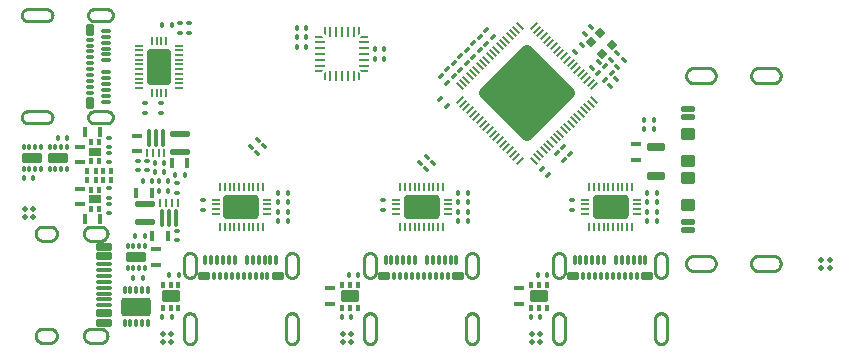
<source format=gtp>
G04 Layer: TopPasteMaskLayer*
G04 EasyEDA Pro v2.2.24.2, 2024-07-29 14:19:07*
G04 Gerber Generator version 0.3*
G04 Scale: 100 percent, Rotated: No, Reflected: No*
G04 Dimensions in millimeters*
G04 Leading zeros omitted, absolute positions, 3 integers and 5 decimals*
%FSLAX35Y35*%
%MOMM*%
%AMRoundRect*1,1,$1,$2,$3*1,1,$1,$4,$5*1,1,$1,0-$2,0-$3*1,1,$1,0-$4,0-$5*20,1,$1,$2,$3,$4,$5,0*20,1,$1,$4,$5,0-$2,0-$3,0*20,1,$1,0-$2,0-$3,0-$4,0-$5,0*20,1,$1,0-$4,0-$5,$2,$3,0*4,1,4,$2,$3,$4,$5,0-$2,0-$3,0-$4,0-$5,$2,$3,0*%
%AMPolygonMacro1*4,1,5,0.3325,-0.08,-0.19886,-0.08,-0.3325,0.05364,-0.3325,0.08,0.3325,0.08,0.3325,-0.08,0*%
%AMPolygonMacro2*4,1,5,0.3325,-0.08,-0.3325,-0.08,-0.3325,-0.05364,-0.19886,0.08,0.3325,0.08,0.3325,-0.08,0*%
%AMPolygonMacro3*4,1,5,0.08,-0.19886,-0.05364,-0.3325,-0.08,-0.3325,-0.08,0.3325,0.08,0.3325,0.08,-0.19886,0*%
%AMPolygonMacro4*4,1,5,0.08,-0.3325,0.05364,-0.3325,-0.08,-0.19886,-0.08,0.3325,0.08,0.3325,0.08,-0.3325,0*%
%AMPolygonMacro5*4,1,5,-0.3325,0.08,0.19886,0.08,0.3325,-0.05364,0.3325,-0.08,-0.3325,-0.08,-0.3325,0.08,0*%
%AMPolygonMacro6*4,1,5,0.3325,0.05364,0.19886,-0.08,-0.3325,-0.08,-0.3325,0.08,0.3325,0.08,0.3325,0.05364,0*%
%AMPolygonMacro7*4,1,5,0.08,-0.3325,-0.08,-0.3325,-0.08,0.19886,0.05364,0.3325,0.08,0.3325,0.08,-0.3325,0*%
%AMPolygonMacro8*4,1,5,-0.08,0.3325,-0.05364,0.3325,0.08,0.19886,0.08,-0.3325,-0.08,-0.3325,-0.08,0.3325,0*%
%ADD10C,0.254*%
%ADD11RoundRect,0.126X0.087X-0.187X-0.087X-0.187*%
%ADD12RoundRect,0.126X-0.187X-0.087X-0.187X0.087*%
%ADD13RoundRect,0.126X-0.087X0.187X0.087X0.187*%
%ADD14RoundRect,0.126X0.187X0.087X0.187X-0.087*%
%ADD15RoundRect,0.144X0.578X0.228X0.578X-0.228*%
%ADD16RoundRect,0.126X0.587X0.087X0.587X-0.087*%
%ADD17RoundRect,0.126X0.07071X0.19375X0.19375X0.07071*%
%ADD18RoundRect,0.1556X0.3515X0.1015X0.3515X-0.1015*%
%ADD19RoundRect,0.147X0.3515X0.1015X0.3515X-0.1015*%
%ADD20RoundRect,0.147X0.1015X-0.3515X-0.1015X-0.3515*%
%ADD21RoundRect,0.5X-0.36769X0.0X0.0X0.36769*%
%ADD22RoundRect,0.1X-0.29168X-0.22097X0.22097X0.29168*%
%ADD23RoundRect,0.1X-0.29168X0.22097X-0.22097X0.29168*%
%ADD24RoundRect,0.78947X-3.68439X0.0X0.0X3.68439*%
%ADD25RoundRect,0.105X0.0725X0.2475X0.0725X-0.2475*%
%ADD26RoundRect,0.126X0.087X0.687X0.087X-0.687*%
%ADD27RoundRect,0.225X-0.1125X-0.1125X-0.1125X0.1125*%
%ADD28RoundRect,0.24X-0.48X-0.38X-0.48X0.38*%
%ADD29RoundRect,0.189X-0.5055X-0.1305X-0.5055X0.1305*%
%ADD30RoundRect,0.156X0.522X-0.247X-0.522X-0.247*%
%ADD31RoundRect,0.147X-0.1015X0.1765X0.1015X0.1765*%
%ADD32RoundRect,0.24X-0.68X-0.38X-0.68X0.38*%
%ADD33RoundRect,0.126X0.19375X-0.07071X0.07071X-0.19375*%
%ADD34RoundRect,0.126X-0.19375X0.07071X-0.07071X0.19375*%
%ADD35RoundRect,0.168X0.0X0.37618X0.37618X0.0*%
%ADD36RoundRect,0.156X-0.272X0.247X0.272X0.247*%
%ADD37RoundRect,0.084X-0.058X0.308X0.058X0.308*%
%ADD38RoundRect,0.084X-0.308X0.058X0.308X0.058*%
%ADD39RoundRect,0.48X-1.26X0.76X1.26X0.76*%
%ADD40RoundRect,0.105X-0.0725X-0.2475X-0.0725X0.2475*%
%ADD41RoundRect,0.126X-0.087X-0.687X-0.087X0.687*%
%ADD42RoundRect,0.147X-0.3515X-0.1015X-0.3515X0.1015*%
%ADD43RoundRect,0.294X0.653X0.203X0.653X-0.203*%
%ADD44RoundRect,0.126X-0.07071X-0.19375X-0.19375X-0.07071*%
%ADD45RoundRect,0.147X-0.1015X0.3515X0.1015X0.3515*%
%ADD46RoundRect,0.147X0.1015X-0.1765X-0.1015X-0.1765*%
%ADD47RoundRect,0.126X-0.087X0.337X0.087X0.337*%
%ADD48RoundRect,0.294X-0.353X0.203X0.353X0.203*%
%ADD49RoundRect,0.126X-0.087X0.287X0.087X0.287*%
%ADD50RoundRect,0.24X-0.78X0.38X0.78X0.38*%
%ADD51RoundRect,0.126X-0.087X0.262X0.087X0.262*%
%ADD52RoundRect,0.36X-1.07X0.57X1.07X0.57*%
%ADD53RoundRect,0.225X0.1125X0.1125X0.1125X-0.1125*%
%ADD54RoundRect,0.12X-0.34X0.19X0.34X0.19*%
%ADD55RoundRect,0.168X0.416X-0.266X-0.416X-0.266*%
%ADD56RoundRect,0.21X0.745X0.145X0.745X-0.145*%
%ADD57RoundRect,0.156X-0.522X0.247X0.522X0.247*%
%ADD58RoundRect,0.1176X-0.0812X0.1937X0.0812X0.1937*%
%ADD59RoundRect,0.216X-0.717X0.342X0.717X0.342*%
%ADD60RoundRect,0.21X-0.745X-0.145X-0.745X0.145*%
%ADD61RoundRect,0.126X0.337X0.087X0.337X-0.087*%
%ADD62RoundRect,0.294X0.203X0.353X0.203X-0.353*%
%ADD63RoundRect,0.126X0.287X0.087X0.287X-0.087*%
%ADD64RoundRect,0.125X0.375X-0.0625X-0.375X-0.0625*%
%ADD65RoundRect,0.125X0.0625X-0.375X-0.0625X-0.375*%
%ADD66RoundRect,0.1176X0.0812X-0.1937X-0.0812X-0.1937*%
%ADD67RoundRect,0.216X0.717X-0.342X-0.717X-0.342*%
%ADD68RoundRect,0.12X0.34X-0.19X-0.34X-0.19*%
%ADD69RoundRect,0.168X-0.416X0.266X0.416X0.266*%
%ADD70RoundRect,0.156X0.247X0.272X0.247X-0.272*%
%ADD71RoundRect,0.084X0.308X0.058X0.308X-0.058*%
%ADD72RoundRect,0.084X0.058X0.308X0.058X-0.308*%
%ADD73RoundRect,0.48X0.76X1.26X0.76X-1.26*%
%ADD74PolygonMacro1*%
%ADD75PolygonMacro2*%
%ADD76PolygonMacro3*%
%ADD77PolygonMacro4*%
%ADD78PolygonMacro5*%
%ADD79PolygonMacro6*%
%ADD80PolygonMacro7*%
%ADD81PolygonMacro8*%
G75*


G04 PolygonModel Start*
G54D10*
G01X14617371Y-13461973D02*
G01X14617521Y-13458973D01*
G01X14617521Y-13455973D01*
G01X14617371Y-13453023D01*
G01X14617071Y-13450023D01*
G01X14616671Y-13447073D01*
G01X14616071Y-13444123D01*
G01X14615321Y-13441223D01*
G01X14614421Y-13438373D01*
G01X14613421Y-13435573D01*
G01X14612271Y-13432823D01*
G01X14610971Y-13430123D01*
G01X14609521Y-13427473D01*
G01X14607971Y-13424923D01*
G01X14606271Y-13422473D01*
G01X14604471Y-13420073D01*
G01X14602521Y-13417773D01*
G01X14600521Y-13415573D01*
G01X14598371Y-13413523D01*
G01X14596121Y-13411523D01*
G01X14593771Y-13409673D01*
G01X14591371Y-13407923D01*
G01X14588821Y-13406273D01*
G01X14586271Y-13404773D01*
G01X14583571Y-13403423D01*
G01X14580871Y-13402173D01*
G01X14578071Y-13401123D01*
G01X14575221Y-13400173D01*
G01X14572371Y-13399323D01*
G01X14569471Y-13398673D01*
G01X14566521Y-13398173D01*
G01X14563521Y-13397773D01*
G01X14560571Y-13397573D01*
G01X14557571Y-13397473D01*
G01X14497571Y-13397473D01*
G01X14494571Y-13397573D01*
G01X14491571Y-13397773D01*
G01X14488621Y-13398173D01*
G01X14485671Y-13398673D01*
G01X14482771Y-13399323D01*
G01X14479871Y-13400173D01*
G01X14477021Y-13401123D01*
G01X14474271Y-13402173D01*
G01X14471521Y-13403423D01*
G01X14468871Y-13404773D01*
G01X14466271Y-13406273D01*
G01X14463771Y-13407923D01*
G01X14461321Y-13409673D01*
G01X14458971Y-13411523D01*
G01X14456771Y-13413523D01*
G01X14454621Y-13415573D01*
G01X14452571Y-13417773D01*
G01X14450671Y-13420073D01*
G01X14448821Y-13422473D01*
G01X14447171Y-13424923D01*
G01X14445621Y-13427473D01*
G01X14444171Y-13430123D01*
G01X14442871Y-13432823D01*
G01X14441721Y-13435573D01*
G01X14440671Y-13438373D01*
G01X14439821Y-13441223D01*
G01X14439071Y-13444123D01*
G01X14438471Y-13447073D01*
G01X14438021Y-13450023D01*
G01X14437721Y-13453023D01*
G01X14437571Y-13455973D01*
G01X14437571Y-13458973D01*
G01X14437721Y-13461973D01*
G01X14438021Y-13464923D01*
G01X14438471Y-13467923D01*
G01X14439071Y-13470823D01*
G01X14439821Y-13473723D01*
G01X14440671Y-13476573D01*
G01X14441721Y-13479423D01*
G01X14442871Y-13482173D01*
G01X14444171Y-13484873D01*
G01X14445621Y-13487473D01*
G01X14447171Y-13490023D01*
G01X14448821Y-13492523D01*
G01X14450671Y-13494873D01*
G01X14452571Y-13497173D01*
G01X14454621Y-13499373D01*
G01X14456771Y-13501473D01*
G01X14458971Y-13503473D01*
G01X14461321Y-13505323D01*
G01X14463771Y-13507073D01*
G01X14466271Y-13508673D01*
G01X14468871Y-13510173D01*
G01X14471521Y-13511523D01*
G01X14474271Y-13512773D01*
G01X14477021Y-13513873D01*
G01X14479871Y-13514823D01*
G01X14482771Y-13515623D01*
G01X14485671Y-13516273D01*
G01X14488621Y-13516823D01*
G01X14491571Y-13517173D01*
G01X14494571Y-13517423D01*
G01X14497571Y-13517473D01*
G01X14557571Y-13517473D01*
G01X14560571Y-13517423D01*
G01X14563521Y-13517173D01*
G01X14566521Y-13516823D01*
G01X14569471Y-13516273D01*
G01X14572371Y-13515623D01*
G01X14575221Y-13514823D01*
G01X14578071Y-13513873D01*
G01X14580871Y-13512773D01*
G01X14583571Y-13511523D01*
G01X14586271Y-13510173D01*
G01X14588821Y-13508673D01*
G01X14591371Y-13507073D01*
G01X14593771Y-13505323D01*
G01X14596121Y-13503473D01*
G01X14598371Y-13501473D01*
G01X14600521Y-13499373D01*
G01X14602521Y-13497173D01*
G01X14604471Y-13494873D01*
G01X14606271Y-13492523D01*
G01X14607971Y-13490023D01*
G01X14609521Y-13487473D01*
G01X14610971Y-13484873D01*
G01X14612271Y-13482173D01*
G01X14613421Y-13479423D01*
G01X14614421Y-13476573D01*
G01X14615321Y-13473723D01*
G01X14616071Y-13470823D01*
G01X14616671Y-13467923D01*
G01X14617071Y-13464923D01*
G01X14617371Y-13461973D01*
G01X14617521Y-12590975D02*
G01X14617371Y-12587975D01*
G01X14617071Y-12585025D01*
G01X14616671Y-12582025D01*
G01X14616071Y-12579125D01*
G01X14615321Y-12576225D01*
G01X14614421Y-12573375D01*
G01X14613421Y-12570525D01*
G01X14612271Y-12567775D01*
G01X14610971Y-12565075D01*
G01X14609521Y-12562475D01*
G01X14607971Y-12559925D01*
G01X14606271Y-12557425D01*
G01X14604471Y-12555075D01*
G01X14602521Y-12552775D01*
G01X14600521Y-12550575D01*
G01X14598371Y-12548475D01*
G01X14596121Y-12546475D01*
G01X14593771Y-12544625D01*
G01X14591371Y-12542875D01*
G01X14588821Y-12541275D01*
G01X14586271Y-12539775D01*
G01X14583571Y-12538425D01*
G01X14580871Y-12537175D01*
G01X14578071Y-12536075D01*
G01X14575221Y-12535125D01*
G01X14572371Y-12534325D01*
G01X14569471Y-12533675D01*
G01X14566521Y-12533125D01*
G01X14563521Y-12532775D01*
G01X14560571Y-12532525D01*
G01X14557571Y-12532475D01*
G01X14497571Y-12532475D01*
G01X14494571Y-12532525D01*
G01X14491571Y-12532775D01*
G01X14488621Y-12533125D01*
G01X14485671Y-12533675D01*
G01X14482771Y-12534325D01*
G01X14479871Y-12535125D01*
G01X14477021Y-12536075D01*
G01X14474271Y-12537175D01*
G01X14471521Y-12538425D01*
G01X14468871Y-12539775D01*
G01X14466271Y-12541275D01*
G01X14463771Y-12542875D01*
G01X14461321Y-12544625D01*
G01X14458971Y-12546475D01*
G01X14456771Y-12548475D01*
G01X14454621Y-12550575D01*
G01X14452571Y-12552775D01*
G01X14450671Y-12555075D01*
G01X14448821Y-12557425D01*
G01X14447171Y-12559925D01*
G01X14445621Y-12562475D01*
G01X14444171Y-12565075D01*
G01X14442871Y-12567775D01*
G01X14441721Y-12570525D01*
G01X14440671Y-12573375D01*
G01X14439821Y-12576225D01*
G01X14439071Y-12579125D01*
G01X14438471Y-12582025D01*
G01X14438021Y-12585025D01*
G01X14437721Y-12587975D01*
G01X14437571Y-12590975D01*
G01X14437571Y-12593975D01*
G01X14437721Y-12596925D01*
G01X14438021Y-12599925D01*
G01X14438471Y-12602875D01*
G01X14439071Y-12605825D01*
G01X14439821Y-12608725D01*
G01X14440671Y-12611575D01*
G01X14441721Y-12614375D01*
G01X14442871Y-12617125D01*
G01X14444171Y-12619825D01*
G01X14445621Y-12622475D01*
G01X14447171Y-12625025D01*
G01X14448821Y-12627475D01*
G01X14450671Y-12629875D01*
G01X14452571Y-12632175D01*
G01X14454621Y-12634375D01*
G01X14456771Y-12636425D01*
G01X14458971Y-12638425D01*
G01X14461321Y-12640275D01*
G01X14463771Y-12642025D01*
G01X14466271Y-12643675D01*
G01X14468871Y-12645175D01*
G01X14471521Y-12646525D01*
G01X14474271Y-12647775D01*
G01X14477021Y-12648825D01*
G01X14479871Y-12649775D01*
G01X14482771Y-12650625D01*
G01X14485671Y-12651275D01*
G01X14488621Y-12651775D01*
G01X14491571Y-12652175D01*
G01X14494571Y-12652375D01*
G01X14497571Y-12652475D01*
G01X14557571Y-12652475D01*
G01X14560571Y-12652375D01*
G01X14563521Y-12652175D01*
G01X14566521Y-12651775D01*
G01X14569471Y-12651275D01*
G01X14572371Y-12650625D01*
G01X14575221Y-12649775D01*
G01X14578071Y-12648825D01*
G01X14580871Y-12647775D01*
G01X14583571Y-12646525D01*
G01X14586271Y-12645175D01*
G01X14588821Y-12643675D01*
G01X14591371Y-12642025D01*
G01X14593771Y-12640275D01*
G01X14596121Y-12638425D01*
G01X14598371Y-12636425D01*
G01X14600521Y-12634375D01*
G01X14602521Y-12632175D01*
G01X14604471Y-12629875D01*
G01X14606271Y-12627475D01*
G01X14607971Y-12625025D01*
G01X14609521Y-12622475D01*
G01X14610971Y-12619825D01*
G01X14612271Y-12617125D01*
G01X14613421Y-12614375D01*
G01X14614421Y-12611575D01*
G01X14615321Y-12608725D01*
G01X14616071Y-12605825D01*
G01X14616671Y-12602875D01*
G01X14617071Y-12599925D01*
G01X14617371Y-12596925D01*
G01X14617521Y-12593975D01*
G01X14617521Y-12590975D01*
G01X15045370Y-12596925D02*
G01X15045520Y-12593975D01*
G01X15045520Y-12590975D01*
G01X15045370Y-12587975D01*
G01X15045070Y-12585025D01*
G01X15044620Y-12582025D01*
G01X15044020Y-12579125D01*
G01X15043320Y-12576225D01*
G01X15042420Y-12573375D01*
G01X15041420Y-12570525D01*
G01X15040220Y-12567775D01*
G01X15038920Y-12565075D01*
G01X15037520Y-12562475D01*
G01X15035970Y-12559925D01*
G01X15034270Y-12557425D01*
G01X15032470Y-12555075D01*
G01X15030520Y-12552775D01*
G01X15028520Y-12550575D01*
G01X15026370Y-12548475D01*
G01X15024120Y-12546475D01*
G01X15021770Y-12544625D01*
G01X15019370Y-12542875D01*
G01X15016820Y-12541275D01*
G01X15014220Y-12539775D01*
G01X15011570Y-12538425D01*
G01X15008870Y-12537175D01*
G01X15006070Y-12536075D01*
G01X15003220Y-12535125D01*
G01X15000370Y-12534325D01*
G01X14997420Y-12533675D01*
G01X14994470Y-12533125D01*
G01X14991520Y-12532775D01*
G01X14988520Y-12532525D01*
G01X14985570Y-12532475D01*
G01X14905570Y-12532475D01*
G01X14902570Y-12532525D01*
G01X14899570Y-12532775D01*
G01X14896620Y-12533125D01*
G01X14893670Y-12533675D01*
G01X14890720Y-12534325D01*
G01X14887870Y-12535125D01*
G01X14885020Y-12536075D01*
G01X14882220Y-12537175D01*
G01X14879520Y-12538425D01*
G01X14876870Y-12539775D01*
G01X14874270Y-12541275D01*
G01X14871770Y-12542875D01*
G01X14869320Y-12544625D01*
G01X14866970Y-12546475D01*
G01X14864720Y-12548475D01*
G01X14862620Y-12550575D01*
G01X14860570Y-12552775D01*
G01X14858620Y-12555075D01*
G01X14856820Y-12557425D01*
G01X14855170Y-12559925D01*
G01X14853570Y-12562475D01*
G01X14852170Y-12565075D01*
G01X14850870Y-12567775D01*
G01X14849720Y-12570525D01*
G01X14848670Y-12573375D01*
G01X14847770Y-12576225D01*
G01X14847070Y-12579125D01*
G01X14846470Y-12582025D01*
G01X14846020Y-12585025D01*
G01X14845720Y-12587975D01*
G01X14845570Y-12590975D01*
G01X14845570Y-12593975D01*
G01X14845720Y-12596925D01*
G01X14846020Y-12599925D01*
G01X14846470Y-12602875D01*
G01X14847070Y-12605825D01*
G01X14847770Y-12608725D01*
G01X14848670Y-12611575D01*
G01X14849720Y-12614375D01*
G01X14850870Y-12617125D01*
G01X14852170Y-12619825D01*
G01X14853570Y-12622475D01*
G01X14855170Y-12625025D01*
G01X14856820Y-12627475D01*
G01X14858620Y-12629875D01*
G01X14860570Y-12632175D01*
G01X14862620Y-12634375D01*
G01X14864720Y-12636425D01*
G01X14866970Y-12638425D01*
G01X14869320Y-12640275D01*
G01X14871770Y-12642025D01*
G01X14874270Y-12643675D01*
G01X14876870Y-12645175D01*
G01X14879520Y-12646525D01*
G01X14882220Y-12647775D01*
G01X14885020Y-12648825D01*
G01X14887870Y-12649775D01*
G01X14890720Y-12650625D01*
G01X14893670Y-12651275D01*
G01X14896620Y-12651775D01*
G01X14899570Y-12652175D01*
G01X14902570Y-12652375D01*
G01X14905570Y-12652475D01*
G01X14985570Y-12652475D01*
G01X14988520Y-12652375D01*
G01X14991520Y-12652175D01*
G01X14994470Y-12651775D01*
G01X14997420Y-12651275D01*
G01X15000370Y-12650625D01*
G01X15003220Y-12649775D01*
G01X15006070Y-12648825D01*
G01X15008870Y-12647775D01*
G01X15011570Y-12646525D01*
G01X15014220Y-12645175D01*
G01X15016820Y-12643675D01*
G01X15019370Y-12642025D01*
G01X15021770Y-12640275D01*
G01X15024120Y-12638425D01*
G01X15026370Y-12636425D01*
G01X15028520Y-12634375D01*
G01X15030520Y-12632175D01*
G01X15032470Y-12629875D01*
G01X15034270Y-12627475D01*
G01X15035970Y-12625025D01*
G01X15037520Y-12622475D01*
G01X15038920Y-12619825D01*
G01X15040220Y-12617125D01*
G01X15041420Y-12614375D01*
G01X15042420Y-12611575D01*
G01X15043320Y-12608725D01*
G01X15044020Y-12605825D01*
G01X15044620Y-12602875D01*
G01X15045070Y-12599925D01*
G01X15045370Y-12596925D01*
G01X15045370Y-13461973D02*
G01X15045520Y-13458973D01*
G01X15045520Y-13455973D01*
G01X15045370Y-13453023D01*
G01X15045070Y-13450023D01*
G01X15044620Y-13447073D01*
G01X15044020Y-13444123D01*
G01X15043320Y-13441223D01*
G01X15042420Y-13438373D01*
G01X15041420Y-13435573D01*
G01X15040220Y-13432823D01*
G01X15038920Y-13430123D01*
G01X15037520Y-13427473D01*
G01X15035970Y-13424923D01*
G01X15034270Y-13422473D01*
G01X15032470Y-13420073D01*
G01X15030520Y-13417773D01*
G01X15028520Y-13415573D01*
G01X15026370Y-13413523D01*
G01X15024120Y-13411523D01*
G01X15021770Y-13409673D01*
G01X15019370Y-13407923D01*
G01X15016820Y-13406273D01*
G01X15014220Y-13404773D01*
G01X15011570Y-13403423D01*
G01X15008870Y-13402173D01*
G01X15006070Y-13401123D01*
G01X15003220Y-13400173D01*
G01X15000370Y-13399323D01*
G01X14997420Y-13398673D01*
G01X14994470Y-13398173D01*
G01X14991520Y-13397773D01*
G01X14988520Y-13397573D01*
G01X14985570Y-13397473D01*
G01X14905570Y-13397473D01*
G01X14902570Y-13397573D01*
G01X14899570Y-13397773D01*
G01X14896620Y-13398173D01*
G01X14893670Y-13398673D01*
G01X14890720Y-13399323D01*
G01X14887870Y-13400173D01*
G01X14885020Y-13401123D01*
G01X14882220Y-13402173D01*
G01X14879520Y-13403423D01*
G01X14876870Y-13404773D01*
G01X14874270Y-13406273D01*
G01X14871770Y-13407923D01*
G01X14869320Y-13409673D01*
G01X14866970Y-13411523D01*
G01X14864720Y-13413523D01*
G01X14862620Y-13415573D01*
G01X14860570Y-13417773D01*
G01X14858620Y-13420073D01*
G01X14856820Y-13422473D01*
G01X14855170Y-13424923D01*
G01X14853570Y-13427473D01*
G01X14852170Y-13430123D01*
G01X14850870Y-13432823D01*
G01X14849720Y-13435573D01*
G01X14848670Y-13438373D01*
G01X14847770Y-13441223D01*
G01X14847070Y-13444123D01*
G01X14846470Y-13447073D01*
G01X14846020Y-13450023D01*
G01X14845720Y-13453023D01*
G01X14845570Y-13455973D01*
G01X14845570Y-13458973D01*
G01X14845720Y-13461973D01*
G01X14846020Y-13464923D01*
G01X14846470Y-13467923D01*
G01X14847070Y-13470823D01*
G01X14847770Y-13473723D01*
G01X14848670Y-13476573D01*
G01X14849720Y-13479423D01*
G01X14850870Y-13482173D01*
G01X14852170Y-13484873D01*
G01X14853570Y-13487473D01*
G01X14855170Y-13490023D01*
G01X14856820Y-13492523D01*
G01X14858620Y-13494873D01*
G01X14860570Y-13497173D01*
G01X14862620Y-13499373D01*
G01X14864720Y-13501473D01*
G01X14866970Y-13503473D01*
G01X14869320Y-13505323D01*
G01X14871770Y-13507073D01*
G01X14874270Y-13508673D01*
G01X14876870Y-13510173D01*
G01X14879520Y-13511523D01*
G01X14882220Y-13512773D01*
G01X14885020Y-13513873D01*
G01X14887870Y-13514823D01*
G01X14890720Y-13515623D01*
G01X14893670Y-13516273D01*
G01X14896620Y-13516823D01*
G01X14899570Y-13517173D01*
G01X14902570Y-13517423D01*
G01X14905570Y-13517473D01*
G01X14985570Y-13517473D01*
G01X14988520Y-13517423D01*
G01X14991520Y-13517173D01*
G01X14994470Y-13516823D01*
G01X14997420Y-13516273D01*
G01X15000370Y-13515623D01*
G01X15003220Y-13514823D01*
G01X15006070Y-13513873D01*
G01X15008870Y-13512773D01*
G01X15011570Y-13511523D01*
G01X15014220Y-13510173D01*
G01X15016820Y-13508673D01*
G01X15019370Y-13507073D01*
G01X15021770Y-13505323D01*
G01X15024120Y-13503473D01*
G01X15026370Y-13501473D01*
G01X15028520Y-13499373D01*
G01X15030520Y-13497173D01*
G01X15032470Y-13494873D01*
G01X15034270Y-13492523D01*
G01X15035970Y-13490023D01*
G01X15037520Y-13487473D01*
G01X15038920Y-13484873D01*
G01X15040220Y-13482173D01*
G01X15041420Y-13479423D01*
G01X15042420Y-13476573D01*
G01X15043320Y-13473723D01*
G01X15044020Y-13470823D01*
G01X15044620Y-13467923D01*
G01X15045070Y-13464923D01*
G01X15045370Y-13461973D01*
G01X19945010Y-12846574D02*
G01X19945160Y-12849824D01*
G01X19945460Y-12853074D01*
G01X19945960Y-12856274D01*
G01X19946610Y-12859424D01*
G01X19947410Y-12862574D01*
G01X19948360Y-12865674D01*
G01X19949460Y-12868724D01*
G01X19950710Y-12871724D01*
G01X19952110Y-12874624D01*
G01X19953660Y-12877474D01*
G01X19955360Y-12880224D01*
G01X19957210Y-12882924D01*
G01X19959160Y-12885474D01*
G01X19961260Y-12887974D01*
G01X19963460Y-12890374D01*
G01X19965760Y-12892624D01*
G01X19968210Y-12894774D01*
G01X19970710Y-12896774D01*
G01X19973360Y-12898674D01*
G01X19976060Y-12900424D01*
G01X19978910Y-12902074D01*
G01X19981760Y-12903524D01*
G01X19984710Y-12904874D01*
G01X19987760Y-12906074D01*
G01X19990810Y-12907074D01*
G01X19993910Y-12907974D01*
G01X19997110Y-12908674D01*
G01X20000310Y-12909224D01*
G01X20003510Y-12909624D01*
G01X20006710Y-12909874D01*
G01X20009960Y-12909974D01*
G01X20129960Y-12909974D01*
G01X20133210Y-12909874D01*
G01X20136460Y-12909624D01*
G01X20139660Y-12909224D01*
G01X20142860Y-12908674D01*
G01X20146010Y-12907974D01*
G01X20149110Y-12907074D01*
G01X20152210Y-12906074D01*
G01X20155210Y-12904874D01*
G01X20158160Y-12903524D01*
G01X20161060Y-12902074D01*
G01X20163860Y-12900424D01*
G01X20166610Y-12898674D01*
G01X20169210Y-12896774D01*
G01X20171760Y-12894774D01*
G01X20174160Y-12892624D01*
G01X20176510Y-12890374D01*
G01X20178710Y-12887974D01*
G01X20180810Y-12885474D01*
G01X20182760Y-12882924D01*
G01X20184560Y-12880224D01*
G01X20186260Y-12877474D01*
G01X20187810Y-12874624D01*
G01X20189210Y-12871724D01*
G01X20190460Y-12868724D01*
G01X20191610Y-12865674D01*
G01X20192560Y-12862574D01*
G01X20193360Y-12859424D01*
G01X20194010Y-12856274D01*
G01X20194460Y-12853074D01*
G01X20194810Y-12849824D01*
G01X20194960Y-12846574D01*
G01X20194960Y-12843324D01*
G01X20194810Y-12840124D01*
G01X20194460Y-12836874D01*
G01X20194010Y-12833674D01*
G01X20193360Y-12830524D01*
G01X20192560Y-12827374D01*
G01X20191610Y-12824274D01*
G01X20190460Y-12821224D01*
G01X20189210Y-12818224D01*
G01X20187810Y-12815324D01*
G01X20186260Y-12812474D01*
G01X20184560Y-12809724D01*
G01X20182760Y-12807024D01*
G01X20180810Y-12804424D01*
G01X20178710Y-12801974D01*
G01X20176510Y-12799574D01*
G01X20174160Y-12797324D01*
G01X20171760Y-12795174D01*
G01X20169210Y-12793174D01*
G01X20166610Y-12791274D01*
G01X20163860Y-12789524D01*
G01X20161060Y-12787874D01*
G01X20158160Y-12786424D01*
G01X20155210Y-12785074D01*
G01X20152210Y-12783874D01*
G01X20149110Y-12782874D01*
G01X20146010Y-12781974D01*
G01X20142860Y-12781274D01*
G01X20139660Y-12780674D01*
G01X20136460Y-12780274D01*
G01X20133210Y-12780024D01*
G01X20129960Y-12779974D01*
G01X20009960Y-12779974D01*
G01X20006710Y-12780024D01*
G01X20003510Y-12780274D01*
G01X20000310Y-12780674D01*
G01X19997110Y-12781274D01*
G01X19993910Y-12781974D01*
G01X19990810Y-12782874D01*
G01X19987760Y-12783874D01*
G01X19984710Y-12785074D01*
G01X19981760Y-12786424D01*
G01X19978910Y-12787874D01*
G01X19976060Y-12789524D01*
G01X19973360Y-12791274D01*
G01X19970710Y-12793174D01*
G01X19968210Y-12795174D01*
G01X19965760Y-12797324D01*
G01X19963460Y-12799574D01*
G01X19961260Y-12801974D01*
G01X19959160Y-12804424D01*
G01X19957210Y-12807024D01*
G01X19955360Y-12809724D01*
G01X19953660Y-12812474D01*
G01X19952110Y-12815324D01*
G01X19950710Y-12818224D01*
G01X19949460Y-12821224D01*
G01X19948360Y-12824274D01*
G01X19947410Y-12827374D01*
G01X19946610Y-12830524D01*
G01X19945960Y-12833674D01*
G01X19945460Y-12836874D01*
G01X19945160Y-12840124D01*
G01X19945010Y-12843324D01*
G01X19945010Y-12846574D01*
G01X19945110Y-11250127D02*
G01X19944960Y-11253377D01*
G01X19944960Y-11256627D01*
G01X19945110Y-11259827D01*
G01X19945460Y-11263077D01*
G01X19945910Y-11266277D01*
G01X19946560Y-11269427D01*
G01X19947360Y-11272577D01*
G01X19948310Y-11275677D01*
G01X19949460Y-11278727D01*
G01X19950710Y-11281727D01*
G01X19952110Y-11284627D01*
G01X19953660Y-11287477D01*
G01X19955360Y-11290227D01*
G01X19957160Y-11292927D01*
G01X19959110Y-11295527D01*
G01X19961210Y-11297977D01*
G01X19963410Y-11300377D01*
G01X19965760Y-11302627D01*
G01X19968160Y-11304777D01*
G01X19970710Y-11306777D01*
G01X19973310Y-11308677D01*
G01X19976060Y-11310427D01*
G01X19978860Y-11312077D01*
G01X19981760Y-11313527D01*
G01X19984710Y-11314877D01*
G01X19987710Y-11316077D01*
G01X19990810Y-11317077D01*
G01X19993910Y-11317977D01*
G01X19997060Y-11318677D01*
G01X20000260Y-11319277D01*
G01X20003460Y-11319677D01*
G01X20006710Y-11319927D01*
G01X20009960Y-11319977D01*
G01X20129960Y-11319977D01*
G01X20133210Y-11319927D01*
G01X20136410Y-11319677D01*
G01X20139660Y-11319277D01*
G01X20142810Y-11318677D01*
G01X20146010Y-11317977D01*
G01X20149110Y-11317077D01*
G01X20152160Y-11316077D01*
G01X20155210Y-11314877D01*
G01X20158160Y-11313527D01*
G01X20161010Y-11312077D01*
G01X20163860Y-11310427D01*
G01X20166560Y-11308677D01*
G01X20169210Y-11306777D01*
G01X20171710Y-11304777D01*
G01X20174160Y-11302627D01*
G01X20176460Y-11300377D01*
G01X20178710Y-11297977D01*
G01X20180760Y-11295527D01*
G01X20182710Y-11292927D01*
G01X20184560Y-11290227D01*
G01X20186260Y-11287477D01*
G01X20187810Y-11284627D01*
G01X20189210Y-11281727D01*
G01X20190460Y-11278727D01*
G01X20191560Y-11275677D01*
G01X20192510Y-11272577D01*
G01X20193310Y-11269427D01*
G01X20193960Y-11266277D01*
G01X20194460Y-11263077D01*
G01X20194760Y-11259827D01*
G01X20194910Y-11256627D01*
G01X20194910Y-11253377D01*
G01X20194760Y-11250127D01*
G01X20194460Y-11246878D01*
G01X20193960Y-11243678D01*
G01X20193310Y-11240528D01*
G01X20192510Y-11237378D01*
G01X20191560Y-11234278D01*
G01X20190460Y-11231228D01*
G01X20189210Y-11228228D01*
G01X20187810Y-11225328D01*
G01X20186260Y-11222478D01*
G01X20184560Y-11219728D01*
G01X20182710Y-11217028D01*
G01X20180760Y-11214478D01*
G01X20178710Y-11211978D01*
G01X20176460Y-11209578D01*
G01X20174160Y-11207328D01*
G01X20171710Y-11205178D01*
G01X20169210Y-11203178D01*
G01X20166560Y-11201278D01*
G01X20163860Y-11199528D01*
G01X20161010Y-11197878D01*
G01X20158160Y-11196428D01*
G01X20155210Y-11195078D01*
G01X20152160Y-11193878D01*
G01X20149110Y-11192878D01*
G01X20146010Y-11191978D01*
G01X20142810Y-11191278D01*
G01X20139660Y-11190728D01*
G01X20136410Y-11190328D01*
G01X20133210Y-11190078D01*
G01X20129960Y-11189978D01*
G01X20009960Y-11189978D01*
G01X20006710Y-11190078D01*
G01X20003460Y-11190328D01*
G01X20000260Y-11190728D01*
G01X19997060Y-11191278D01*
G01X19993910Y-11191978D01*
G01X19990810Y-11192878D01*
G01X19987710Y-11193878D01*
G01X19984710Y-11195078D01*
G01X19981760Y-11196428D01*
G01X19978860Y-11197878D01*
G01X19976060Y-11199528D01*
G01X19973310Y-11201278D01*
G01X19970710Y-11203178D01*
G01X19968160Y-11205178D01*
G01X19965760Y-11207328D01*
G01X19963410Y-11209578D01*
G01X19961210Y-11211978D01*
G01X19959110Y-11214478D01*
G01X19957160Y-11217028D01*
G01X19955360Y-11219728D01*
G01X19953660Y-11222478D01*
G01X19952110Y-11225328D01*
G01X19950710Y-11228228D01*
G01X19949460Y-11231228D01*
G01X19948310Y-11234278D01*
G01X19947360Y-11237378D01*
G01X19946560Y-11240528D01*
G01X19945910Y-11243678D01*
G01X19945460Y-11246878D01*
G01X19945110Y-11250127D01*
G01X20494959Y-11256627D02*
G01X20495109Y-11259827D01*
G01X20495459Y-11263077D01*
G01X20495909Y-11266277D01*
G01X20496559Y-11269427D01*
G01X20497359Y-11272577D01*
G01X20498309Y-11275677D01*
G01X20499409Y-11278727D01*
G01X20500709Y-11281727D01*
G01X20502109Y-11284627D01*
G01X20503659Y-11287477D01*
G01X20505309Y-11290227D01*
G01X20507159Y-11292927D01*
G01X20509109Y-11295527D01*
G01X20511209Y-11297977D01*
G01X20513409Y-11300377D01*
G01X20515709Y-11302627D01*
G01X20518159Y-11304777D01*
G01X20520709Y-11306777D01*
G01X20523309Y-11308677D01*
G01X20526059Y-11310427D01*
G01X20528859Y-11312077D01*
G01X20531709Y-11313527D01*
G01X20534709Y-11314877D01*
G01X20537709Y-11316077D01*
G01X20540759Y-11317077D01*
G01X20543909Y-11317977D01*
G01X20547059Y-11318677D01*
G01X20550259Y-11319277D01*
G01X20553459Y-11319677D01*
G01X20556709Y-11319927D01*
G01X20559909Y-11319977D01*
G01X20679909Y-11319977D01*
G01X20683159Y-11319927D01*
G01X20686409Y-11319677D01*
G01X20689609Y-11319277D01*
G01X20692809Y-11318677D01*
G01X20695959Y-11317977D01*
G01X20699109Y-11317077D01*
G01X20702159Y-11316077D01*
G01X20705159Y-11314877D01*
G01X20708159Y-11313527D01*
G01X20711009Y-11312077D01*
G01X20713809Y-11310427D01*
G01X20716559Y-11308677D01*
G01X20719159Y-11306777D01*
G01X20721709Y-11304777D01*
G01X20724159Y-11302627D01*
G01X20726459Y-11300377D01*
G01X20728659Y-11297977D01*
G01X20730759Y-11295527D01*
G01X20732709Y-11292927D01*
G01X20734559Y-11290227D01*
G01X20736209Y-11287477D01*
G01X20737759Y-11284627D01*
G01X20739159Y-11281727D01*
G01X20740459Y-11278727D01*
G01X20741559Y-11275677D01*
G01X20742509Y-11272577D01*
G01X20743309Y-11269427D01*
G01X20743959Y-11266277D01*
G01X20744408Y-11263077D01*
G01X20744759Y-11259827D01*
G01X20744909Y-11256627D01*
G01X20744909Y-11253377D01*
G01X20744759Y-11250127D01*
G01X20744408Y-11246878D01*
G01X20743959Y-11243678D01*
G01X20743309Y-11240528D01*
G01X20742509Y-11237378D01*
G01X20741559Y-11234278D01*
G01X20740459Y-11231228D01*
G01X20739159Y-11228228D01*
G01X20737759Y-11225328D01*
G01X20736209Y-11222478D01*
G01X20734559Y-11219728D01*
G01X20732709Y-11217028D01*
G01X20730759Y-11214478D01*
G01X20728659Y-11211978D01*
G01X20726459Y-11209578D01*
G01X20724159Y-11207328D01*
G01X20721709Y-11205178D01*
G01X20719159Y-11203178D01*
G01X20716559Y-11201278D01*
G01X20713809Y-11199528D01*
G01X20711009Y-11197878D01*
G01X20708159Y-11196428D01*
G01X20705159Y-11195078D01*
G01X20702159Y-11193878D01*
G01X20699109Y-11192878D01*
G01X20695959Y-11191978D01*
G01X20692809Y-11191278D01*
G01X20689609Y-11190728D01*
G01X20686409Y-11190328D01*
G01X20683159Y-11190078D01*
G01X20679909Y-11189978D01*
G01X20559909Y-11189978D01*
G01X20556709Y-11190078D01*
G01X20553459Y-11190328D01*
G01X20550259Y-11190728D01*
G01X20547059Y-11191278D01*
G01X20543909Y-11191978D01*
G01X20540759Y-11192878D01*
G01X20537709Y-11193878D01*
G01X20534709Y-11195078D01*
G01X20531709Y-11196428D01*
G01X20528859Y-11197878D01*
G01X20526059Y-11199528D01*
G01X20523309Y-11201278D01*
G01X20520709Y-11203178D01*
G01X20518159Y-11205178D01*
G01X20515709Y-11207328D01*
G01X20513409Y-11209578D01*
G01X20511209Y-11211978D01*
G01X20509109Y-11214478D01*
G01X20507159Y-11217028D01*
G01X20505309Y-11219728D01*
G01X20503659Y-11222478D01*
G01X20502109Y-11225328D01*
G01X20500709Y-11228228D01*
G01X20499409Y-11231228D01*
G01X20498309Y-11234278D01*
G01X20497359Y-11237378D01*
G01X20496559Y-11240528D01*
G01X20495909Y-11243678D01*
G01X20495459Y-11246878D01*
G01X20495109Y-11250127D01*
G01X20494959Y-11253377D01*
G01X20494959Y-11256627D01*
G01X20494959Y-12846574D02*
G01X20495109Y-12849824D01*
G01X20495459Y-12853074D01*
G01X20495909Y-12856274D01*
G01X20496559Y-12859424D01*
G01X20497359Y-12862574D01*
G01X20498309Y-12865674D01*
G01X20499409Y-12868724D01*
G01X20500709Y-12871724D01*
G01X20502109Y-12874624D01*
G01X20503659Y-12877474D01*
G01X20505309Y-12880224D01*
G01X20507159Y-12882924D01*
G01X20509109Y-12885474D01*
G01X20511209Y-12887974D01*
G01X20513409Y-12890374D01*
G01X20515709Y-12892624D01*
G01X20518159Y-12894774D01*
G01X20520709Y-12896774D01*
G01X20523309Y-12898674D01*
G01X20526059Y-12900424D01*
G01X20528859Y-12902074D01*
G01X20531709Y-12903524D01*
G01X20534709Y-12904874D01*
G01X20537709Y-12906074D01*
G01X20540759Y-12907074D01*
G01X20543909Y-12907974D01*
G01X20547059Y-12908674D01*
G01X20550259Y-12909224D01*
G01X20553459Y-12909624D01*
G01X20556709Y-12909874D01*
G01X20559909Y-12909974D01*
G01X20679909Y-12909974D01*
G01X20683159Y-12909874D01*
G01X20686409Y-12909624D01*
G01X20689609Y-12909224D01*
G01X20692809Y-12908674D01*
G01X20695959Y-12907974D01*
G01X20699109Y-12907074D01*
G01X20702159Y-12906074D01*
G01X20705159Y-12904874D01*
G01X20708159Y-12903524D01*
G01X20711009Y-12902074D01*
G01X20713809Y-12900424D01*
G01X20716559Y-12898674D01*
G01X20719159Y-12896774D01*
G01X20721709Y-12894774D01*
G01X20724159Y-12892624D01*
G01X20726459Y-12890374D01*
G01X20728659Y-12887974D01*
G01X20730759Y-12885474D01*
G01X20732709Y-12882924D01*
G01X20734559Y-12880224D01*
G01X20736209Y-12877474D01*
G01X20737759Y-12874624D01*
G01X20739159Y-12871724D01*
G01X20740459Y-12868724D01*
G01X20741559Y-12865674D01*
G01X20742509Y-12862574D01*
G01X20743309Y-12859424D01*
G01X20743959Y-12856274D01*
G01X20744408Y-12853074D01*
G01X20744759Y-12849824D01*
G01X20744909Y-12846574D01*
G01X20744909Y-12843324D01*
G01X20744759Y-12840124D01*
G01X20744408Y-12836874D01*
G01X20743959Y-12833674D01*
G01X20743309Y-12830524D01*
G01X20742509Y-12827374D01*
G01X20741559Y-12824274D01*
G01X20740459Y-12821224D01*
G01X20739159Y-12818224D01*
G01X20737759Y-12815324D01*
G01X20736209Y-12812474D01*
G01X20734559Y-12809724D01*
G01X20732709Y-12807024D01*
G01X20730759Y-12804424D01*
G01X20728659Y-12801974D01*
G01X20726459Y-12799574D01*
G01X20724159Y-12797324D01*
G01X20721709Y-12795174D01*
G01X20719159Y-12793174D01*
G01X20716559Y-12791274D01*
G01X20713809Y-12789524D01*
G01X20711009Y-12787874D01*
G01X20708159Y-12786424D01*
G01X20705159Y-12785074D01*
G01X20702159Y-12783874D01*
G01X20699109Y-12782874D01*
G01X20695959Y-12781974D01*
G01X20692809Y-12781274D01*
G01X20689609Y-12780674D01*
G01X20686409Y-12780274D01*
G01X20683159Y-12780024D01*
G01X20679909Y-12779974D01*
G01X20559909Y-12779974D01*
G01X20556709Y-12780024D01*
G01X20553459Y-12780274D01*
G01X20550259Y-12780674D01*
G01X20547059Y-12781274D01*
G01X20543909Y-12781974D01*
G01X20540759Y-12782874D01*
G01X20537709Y-12783874D01*
G01X20534709Y-12785074D01*
G01X20531709Y-12786424D01*
G01X20528859Y-12787874D01*
G01X20526059Y-12789524D01*
G01X20523309Y-12791274D01*
G01X20520709Y-12793174D01*
G01X20518159Y-12795174D01*
G01X20515709Y-12797324D01*
G01X20513409Y-12799574D01*
G01X20511209Y-12801974D01*
G01X20509109Y-12804424D01*
G01X20507159Y-12807024D01*
G01X20505309Y-12809724D01*
G01X20503659Y-12812474D01*
G01X20502109Y-12815324D01*
G01X20500709Y-12818224D01*
G01X20499409Y-12821224D01*
G01X20498309Y-12824274D01*
G01X20497359Y-12827374D01*
G01X20496559Y-12830524D01*
G01X20495909Y-12833674D01*
G01X20495459Y-12836874D01*
G01X20495109Y-12840124D01*
G01X20494959Y-12843324D01*
G01X20494959Y-12846574D01*
G01X17266715Y-12756200D02*
G01X17264215Y-12756350D01*
G01X17261765Y-12756600D01*
G01X17259265Y-12756950D01*
G01X17256815Y-12757450D01*
G01X17254416Y-12758050D01*
G01X17252015Y-12758800D01*
G01X17249716Y-12759650D01*
G01X17247416Y-12760650D01*
G01X17245166Y-12761700D01*
G01X17242966Y-12762900D01*
G01X17240816Y-12764200D01*
G01X17238766Y-12765600D01*
G01X17236766Y-12767100D01*
G01X17234866Y-12768700D01*
G01X17233066Y-12770400D01*
G01X17231316Y-12772199D01*
G01X17229666Y-12774049D01*
G01X17228116Y-12775999D01*
G01X17226666Y-12778050D01*
G01X17225316Y-12780149D01*
G01X17224066Y-12782299D01*
G01X17222916Y-12784499D01*
G01X17221866Y-12786799D01*
G01X17220966Y-12789099D01*
G01X17220166Y-12791449D01*
G01X17219516Y-12793849D01*
G01X17218966Y-12796299D01*
G01X17218516Y-12798749D01*
G01X17218216Y-12801199D01*
G01X17218016Y-12803699D01*
G01X17217966Y-12806199D01*
G01X17217966Y-12916199D01*
G01X17218016Y-12918699D01*
G01X17218216Y-12921199D01*
G01X17218516Y-12923649D01*
G01X17218966Y-12926099D01*
G01X17219516Y-12928549D01*
G01X17220166Y-12930949D01*
G01X17220966Y-12933299D01*
G01X17221866Y-12935649D01*
G01X17222916Y-12937899D01*
G01X17224066Y-12940099D01*
G01X17225316Y-12942299D01*
G01X17226666Y-12944349D01*
G01X17228116Y-12946399D01*
G01X17229666Y-12948349D01*
G01X17231316Y-12950199D01*
G01X17233066Y-12951999D01*
G01X17234866Y-12953699D01*
G01X17236766Y-12955299D01*
G01X17238766Y-12956799D01*
G01X17240816Y-12958199D01*
G01X17242966Y-12959499D01*
G01X17245166Y-12960699D01*
G01X17247416Y-12961799D01*
G01X17249716Y-12962749D01*
G01X17252015Y-12963599D01*
G01X17254416Y-12964349D01*
G01X17256815Y-12964949D01*
G01X17259265Y-12965449D01*
G01X17261765Y-12965799D01*
G01X17264215Y-12966049D01*
G01X17266715Y-12966199D01*
G01X17269215Y-12966199D01*
G01X17271715Y-12966049D01*
G01X17274165Y-12965799D01*
G01X17276665Y-12965449D01*
G01X17279065Y-12964949D01*
G01X17281515Y-12964349D01*
G01X17283865Y-12963599D01*
G01X17286215Y-12962749D01*
G01X17288515Y-12961799D01*
G01X17290765Y-12960699D01*
G01X17292965Y-12959499D01*
G01X17295065Y-12958199D01*
G01X17297165Y-12956799D01*
G01X17299115Y-12955299D01*
G01X17301065Y-12953699D01*
G01X17302865Y-12951999D01*
G01X17304615Y-12950199D01*
G01X17306265Y-12948349D01*
G01X17307815Y-12946399D01*
G01X17309265Y-12944349D01*
G01X17310615Y-12942299D01*
G01X17311865Y-12940099D01*
G01X17313015Y-12937899D01*
G01X17314015Y-12935649D01*
G01X17314965Y-12933299D01*
G01X17315715Y-12930949D01*
G01X17316415Y-12928549D01*
G01X17316965Y-12926099D01*
G01X17317415Y-12923649D01*
G01X17317715Y-12921199D01*
G01X17317915Y-12918699D01*
G01X17317965Y-12916199D01*
G01X17317965Y-12806199D01*
G01X17317915Y-12803699D01*
G01X17317715Y-12801199D01*
G01X17317415Y-12798749D01*
G01X17316965Y-12796299D01*
G01X17316415Y-12793849D01*
G01X17315715Y-12791449D01*
G01X17314965Y-12789099D01*
G01X17314015Y-12786799D01*
G01X17313015Y-12784499D01*
G01X17311865Y-12782299D01*
G01X17310615Y-12780149D01*
G01X17309265Y-12778050D01*
G01X17307815Y-12775999D01*
G01X17306265Y-12774049D01*
G01X17304615Y-12772199D01*
G01X17302865Y-12770400D01*
G01X17301065Y-12768700D01*
G01X17299115Y-12767100D01*
G01X17297165Y-12765600D01*
G01X17295065Y-12764200D01*
G01X17292965Y-12762900D01*
G01X17290765Y-12761700D01*
G01X17288515Y-12760650D01*
G01X17286215Y-12759650D01*
G01X17283865Y-12758800D01*
G01X17281515Y-12758050D01*
G01X17279065Y-12757450D01*
G01X17276665Y-12756950D01*
G01X17274165Y-12756600D01*
G01X17271715Y-12756350D01*
G01X17269215Y-12756200D01*
G01X17266715Y-12756200D01*
G01X17266715Y-13267199D02*
G01X17264215Y-13267349D01*
G01X17261765Y-13267599D01*
G01X17259265Y-13267949D01*
G01X17256815Y-13268449D01*
G01X17254416Y-13269049D01*
G01X17252015Y-13269799D01*
G01X17249716Y-13270648D01*
G01X17247416Y-13271599D01*
G01X17245166Y-13272698D01*
G01X17242966Y-13273898D01*
G01X17240816Y-13275198D01*
G01X17238766Y-13276598D01*
G01X17236766Y-13278098D01*
G01X17234866Y-13279698D01*
G01X17233066Y-13281398D01*
G01X17231316Y-13283198D01*
G01X17229666Y-13285048D01*
G01X17228116Y-13286998D01*
G01X17226666Y-13289048D01*
G01X17225316Y-13291098D01*
G01X17224066Y-13293298D01*
G01X17222916Y-13295498D01*
G01X17221866Y-13297748D01*
G01X17220966Y-13300098D01*
G01X17220166Y-13302448D01*
G01X17219516Y-13304848D01*
G01X17218966Y-13307298D01*
G01X17218516Y-13309748D01*
G01X17218216Y-13312198D01*
G01X17218016Y-13314698D01*
G01X17217966Y-13317198D01*
G01X17217966Y-13477198D01*
G01X17218016Y-13479698D01*
G01X17218216Y-13482148D01*
G01X17218516Y-13484648D01*
G01X17218966Y-13487098D01*
G01X17219516Y-13489548D01*
G01X17220166Y-13491948D01*
G01X17220966Y-13494298D01*
G01X17221866Y-13496598D01*
G01X17222916Y-13498898D01*
G01X17224066Y-13501098D01*
G01X17225316Y-13503248D01*
G01X17226666Y-13505348D01*
G01X17228116Y-13507398D01*
G01X17229666Y-13509348D01*
G01X17231316Y-13511198D01*
G01X17233066Y-13512998D01*
G01X17234866Y-13514698D01*
G01X17236766Y-13516298D01*
G01X17238766Y-13517798D01*
G01X17240816Y-13519198D01*
G01X17242966Y-13520498D01*
G01X17245166Y-13521698D01*
G01X17247416Y-13522748D01*
G01X17249716Y-13523748D01*
G01X17252015Y-13524598D01*
G01X17254416Y-13525348D01*
G01X17256815Y-13525948D01*
G01X17259265Y-13526448D01*
G01X17261765Y-13526798D01*
G01X17264215Y-13527048D01*
G01X17266715Y-13527198D01*
G01X17269215Y-13527198D01*
G01X17271715Y-13527048D01*
G01X17274165Y-13526798D01*
G01X17276665Y-13526448D01*
G01X17279065Y-13525948D01*
G01X17281515Y-13525348D01*
G01X17283865Y-13524598D01*
G01X17286215Y-13523748D01*
G01X17288515Y-13522748D01*
G01X17290765Y-13521698D01*
G01X17292965Y-13520498D01*
G01X17295065Y-13519198D01*
G01X17297165Y-13517798D01*
G01X17299115Y-13516298D01*
G01X17301065Y-13514698D01*
G01X17302865Y-13512998D01*
G01X17304615Y-13511198D01*
G01X17306265Y-13509348D01*
G01X17307815Y-13507398D01*
G01X17309265Y-13505348D01*
G01X17310615Y-13503248D01*
G01X17311865Y-13501098D01*
G01X17313015Y-13498898D01*
G01X17314015Y-13496598D01*
G01X17314965Y-13494298D01*
G01X17315715Y-13491948D01*
G01X17316415Y-13489548D01*
G01X17316965Y-13487098D01*
G01X17317415Y-13484648D01*
G01X17317715Y-13482148D01*
G01X17317915Y-13479698D01*
G01X17317965Y-13477198D01*
G01X17317965Y-13317198D01*
G01X17317915Y-13314698D01*
G01X17317715Y-13312198D01*
G01X17317415Y-13309748D01*
G01X17316965Y-13307298D01*
G01X17316415Y-13304848D01*
G01X17315715Y-13302448D01*
G01X17314965Y-13300098D01*
G01X17314015Y-13297748D01*
G01X17313015Y-13295498D01*
G01X17311865Y-13293298D01*
G01X17310615Y-13291098D01*
G01X17309265Y-13289048D01*
G01X17307815Y-13286998D01*
G01X17306265Y-13285048D01*
G01X17304615Y-13283198D01*
G01X17302865Y-13281398D01*
G01X17301065Y-13279698D01*
G01X17299115Y-13278098D01*
G01X17297165Y-13276598D01*
G01X17295065Y-13275198D01*
G01X17292965Y-13273898D01*
G01X17290765Y-13272698D01*
G01X17288515Y-13271599D01*
G01X17286215Y-13270648D01*
G01X17283865Y-13269799D01*
G01X17281515Y-13269049D01*
G01X17279065Y-13268449D01*
G01X17276665Y-13267949D01*
G01X17274165Y-13267599D01*
G01X17271715Y-13267349D01*
G01X17269215Y-13267199D01*
G01X17266715Y-13267199D01*
G01X18130714Y-13267199D02*
G01X18128214Y-13267349D01*
G01X18125764Y-13267599D01*
G01X18123264Y-13267949D01*
G01X18120864Y-13268449D01*
G01X18118414Y-13269049D01*
G01X18116064Y-13269799D01*
G01X18113714Y-13270648D01*
G01X18111414Y-13271599D01*
G01X18109164Y-13272698D01*
G01X18106964Y-13273898D01*
G01X18104864Y-13275198D01*
G01X18102764Y-13276598D01*
G01X18100814Y-13278098D01*
G01X18098864Y-13279698D01*
G01X18097064Y-13281398D01*
G01X18095314Y-13283198D01*
G01X18093664Y-13285048D01*
G01X18092114Y-13286998D01*
G01X18090664Y-13289048D01*
G01X18089314Y-13291098D01*
G01X18088064Y-13293298D01*
G01X18086914Y-13295498D01*
G01X18085914Y-13297748D01*
G01X18084964Y-13300098D01*
G01X18084214Y-13302448D01*
G01X18083514Y-13304848D01*
G01X18082964Y-13307298D01*
G01X18082514Y-13309748D01*
G01X18082214Y-13312198D01*
G01X18082014Y-13314698D01*
G01X18081964Y-13317198D01*
G01X18081964Y-13477198D01*
G01X18082014Y-13479698D01*
G01X18082214Y-13482148D01*
G01X18082514Y-13484648D01*
G01X18082964Y-13487098D01*
G01X18083514Y-13489548D01*
G01X18084214Y-13491948D01*
G01X18084964Y-13494298D01*
G01X18085914Y-13496598D01*
G01X18086914Y-13498898D01*
G01X18088064Y-13501098D01*
G01X18089314Y-13503248D01*
G01X18090664Y-13505348D01*
G01X18092114Y-13507398D01*
G01X18093664Y-13509348D01*
G01X18095314Y-13511198D01*
G01X18097064Y-13512998D01*
G01X18098864Y-13514698D01*
G01X18100814Y-13516298D01*
G01X18102764Y-13517798D01*
G01X18104864Y-13519198D01*
G01X18106964Y-13520498D01*
G01X18109164Y-13521698D01*
G01X18111414Y-13522748D01*
G01X18113714Y-13523748D01*
G01X18116064Y-13524598D01*
G01X18118414Y-13525348D01*
G01X18120864Y-13525948D01*
G01X18123264Y-13526448D01*
G01X18125764Y-13526798D01*
G01X18128214Y-13527048D01*
G01X18130714Y-13527198D01*
G01X18133214Y-13527198D01*
G01X18135714Y-13527048D01*
G01X18138164Y-13526798D01*
G01X18140664Y-13526448D01*
G01X18143114Y-13525948D01*
G01X18145514Y-13525348D01*
G01X18147914Y-13524598D01*
G01X18150214Y-13523748D01*
G01X18152514Y-13522748D01*
G01X18154764Y-13521698D01*
G01X18156964Y-13520498D01*
G01X18159114Y-13519198D01*
G01X18161164Y-13517798D01*
G01X18163164Y-13516298D01*
G01X18165064Y-13514698D01*
G01X18166864Y-13512998D01*
G01X18168614Y-13511198D01*
G01X18170264Y-13509348D01*
G01X18171814Y-13507398D01*
G01X18173264Y-13505348D01*
G01X18174614Y-13503248D01*
G01X18175864Y-13501098D01*
G01X18177014Y-13498898D01*
G01X18178064Y-13496598D01*
G01X18178964Y-13494298D01*
G01X18179764Y-13491948D01*
G01X18180414Y-13489548D01*
G01X18180964Y-13487098D01*
G01X18181414Y-13484648D01*
G01X18181714Y-13482148D01*
G01X18181914Y-13479698D01*
G01X18181964Y-13477198D01*
G01X18181964Y-13317198D01*
G01X18181914Y-13314698D01*
G01X18181714Y-13312198D01*
G01X18181414Y-13309748D01*
G01X18180964Y-13307298D01*
G01X18180414Y-13304848D01*
G01X18179764Y-13302448D01*
G01X18178964Y-13300098D01*
G01X18178064Y-13297748D01*
G01X18177014Y-13295498D01*
G01X18175864Y-13293298D01*
G01X18174614Y-13291098D01*
G01X18173264Y-13289048D01*
G01X18171814Y-13286998D01*
G01X18170264Y-13285048D01*
G01X18168614Y-13283198D01*
G01X18166864Y-13281398D01*
G01X18165064Y-13279698D01*
G01X18163164Y-13278098D01*
G01X18161164Y-13276598D01*
G01X18159114Y-13275198D01*
G01X18156964Y-13273898D01*
G01X18154764Y-13272698D01*
G01X18152514Y-13271599D01*
G01X18150214Y-13270648D01*
G01X18147914Y-13269799D01*
G01X18145514Y-13269049D01*
G01X18143114Y-13268449D01*
G01X18140664Y-13267949D01*
G01X18138164Y-13267599D01*
G01X18135714Y-13267349D01*
G01X18133214Y-13267199D01*
G01X18130714Y-13267199D01*
G01X18135714Y-12756350D02*
G01X18133214Y-12756200D01*
G01X18130714Y-12756200D01*
G01X18128214Y-12756350D01*
G01X18125764Y-12756600D01*
G01X18123264Y-12756950D01*
G01X18120864Y-12757450D01*
G01X18118414Y-12758050D01*
G01X18116064Y-12758800D01*
G01X18113714Y-12759650D01*
G01X18111414Y-12760650D01*
G01X18109164Y-12761700D01*
G01X18106964Y-12762900D01*
G01X18104864Y-12764200D01*
G01X18102764Y-12765600D01*
G01X18100814Y-12767100D01*
G01X18098864Y-12768700D01*
G01X18097064Y-12770400D01*
G01X18095314Y-12772199D01*
G01X18093664Y-12774049D01*
G01X18092114Y-12775999D01*
G01X18090664Y-12778050D01*
G01X18089314Y-12780149D01*
G01X18088064Y-12782299D01*
G01X18086914Y-12784499D01*
G01X18085914Y-12786799D01*
G01X18084964Y-12789099D01*
G01X18084214Y-12791449D01*
G01X18083514Y-12793849D01*
G01X18082964Y-12796299D01*
G01X18082514Y-12798749D01*
G01X18082214Y-12801199D01*
G01X18082014Y-12803699D01*
G01X18081964Y-12806199D01*
G01X18081964Y-12916199D01*
G01X18082014Y-12918699D01*
G01X18082214Y-12921199D01*
G01X18082514Y-12923649D01*
G01X18082964Y-12926099D01*
G01X18083514Y-12928549D01*
G01X18084214Y-12930949D01*
G01X18084964Y-12933299D01*
G01X18085914Y-12935649D01*
G01X18086914Y-12937899D01*
G01X18088064Y-12940099D01*
G01X18089314Y-12942299D01*
G01X18090664Y-12944349D01*
G01X18092114Y-12946399D01*
G01X18093664Y-12948349D01*
G01X18095314Y-12950199D01*
G01X18097064Y-12951999D01*
G01X18098864Y-12953699D01*
G01X18100814Y-12955299D01*
G01X18102764Y-12956799D01*
G01X18104864Y-12958199D01*
G01X18106964Y-12959499D01*
G01X18109164Y-12960699D01*
G01X18111414Y-12961799D01*
G01X18113714Y-12962749D01*
G01X18116064Y-12963599D01*
G01X18118414Y-12964349D01*
G01X18120864Y-12964949D01*
G01X18123264Y-12965449D01*
G01X18125764Y-12965799D01*
G01X18128214Y-12966049D01*
G01X18130714Y-12966199D01*
G01X18133214Y-12966199D01*
G01X18135714Y-12966049D01*
G01X18138164Y-12965799D01*
G01X18140664Y-12965449D01*
G01X18143114Y-12964949D01*
G01X18145514Y-12964349D01*
G01X18147914Y-12963599D01*
G01X18150214Y-12962749D01*
G01X18152514Y-12961799D01*
G01X18154764Y-12960699D01*
G01X18156964Y-12959499D01*
G01X18159114Y-12958199D01*
G01X18161164Y-12956799D01*
G01X18163164Y-12955299D01*
G01X18165064Y-12953699D01*
G01X18166864Y-12951999D01*
G01X18168614Y-12950199D01*
G01X18170264Y-12948349D01*
G01X18171814Y-12946399D01*
G01X18173264Y-12944349D01*
G01X18174614Y-12942299D01*
G01X18175864Y-12940099D01*
G01X18177014Y-12937899D01*
G01X18178064Y-12935649D01*
G01X18178964Y-12933299D01*
G01X18179764Y-12930949D01*
G01X18180414Y-12928549D01*
G01X18180964Y-12926099D01*
G01X18181414Y-12923649D01*
G01X18181714Y-12921199D01*
G01X18181914Y-12918699D01*
G01X18181964Y-12916199D01*
G01X18181964Y-12806199D01*
G01X18181914Y-12803699D01*
G01X18181714Y-12801199D01*
G01X18181414Y-12798749D01*
G01X18180964Y-12796299D01*
G01X18180414Y-12793849D01*
G01X18179764Y-12791449D01*
G01X18178964Y-12789099D01*
G01X18178064Y-12786799D01*
G01X18177014Y-12784499D01*
G01X18175864Y-12782299D01*
G01X18174614Y-12780149D01*
G01X18173264Y-12778050D01*
G01X18171814Y-12775999D01*
G01X18170264Y-12774049D01*
G01X18168614Y-12772199D01*
G01X18166864Y-12770400D01*
G01X18165064Y-12768700D01*
G01X18163164Y-12767100D01*
G01X18161164Y-12765600D01*
G01X18159114Y-12764200D01*
G01X18156964Y-12762900D01*
G01X18154764Y-12761700D01*
G01X18152514Y-12760650D01*
G01X18150214Y-12759650D01*
G01X18147914Y-12758800D01*
G01X18145514Y-12758050D01*
G01X18143114Y-12757450D01*
G01X18140664Y-12756950D01*
G01X18138164Y-12756600D01*
G01X18135714Y-12756350D01*
G01X18866712Y-12756200D02*
G01X18864212Y-12756350D01*
G01X18861762Y-12756600D01*
G01X18859262Y-12756950D01*
G01X18856812Y-12757450D01*
G01X18854412Y-12758050D01*
G01X18852012Y-12758800D01*
G01X18849712Y-12759650D01*
G01X18847412Y-12760650D01*
G01X18845162Y-12761700D01*
G01X18842962Y-12762900D01*
G01X18840812Y-12764200D01*
G01X18838762Y-12765600D01*
G01X18836762Y-12767100D01*
G01X18834862Y-12768700D01*
G01X18833062Y-12770400D01*
G01X18831312Y-12772199D01*
G01X18829662Y-12774049D01*
G01X18828112Y-12775999D01*
G01X18826662Y-12778050D01*
G01X18825312Y-12780149D01*
G01X18824062Y-12782299D01*
G01X18822912Y-12784499D01*
G01X18821862Y-12786799D01*
G01X18820962Y-12789099D01*
G01X18820162Y-12791449D01*
G01X18819512Y-12793849D01*
G01X18818962Y-12796299D01*
G01X18818512Y-12798749D01*
G01X18818212Y-12801199D01*
G01X18818012Y-12803699D01*
G01X18817962Y-12806199D01*
G01X18817962Y-12916199D01*
G01X18818012Y-12918699D01*
G01X18818212Y-12921199D01*
G01X18818512Y-12923649D01*
G01X18818962Y-12926099D01*
G01X18819512Y-12928549D01*
G01X18820162Y-12930949D01*
G01X18820962Y-12933299D01*
G01X18821862Y-12935649D01*
G01X18822912Y-12937899D01*
G01X18824062Y-12940099D01*
G01X18825312Y-12942299D01*
G01X18826662Y-12944349D01*
G01X18828112Y-12946399D01*
G01X18829662Y-12948349D01*
G01X18831312Y-12950199D01*
G01X18833062Y-12951999D01*
G01X18834862Y-12953699D01*
G01X18836762Y-12955299D01*
G01X18838762Y-12956799D01*
G01X18840812Y-12958199D01*
G01X18842962Y-12959499D01*
G01X18845162Y-12960699D01*
G01X18847412Y-12961799D01*
G01X18849712Y-12962749D01*
G01X18852012Y-12963599D01*
G01X18854412Y-12964349D01*
G01X18856812Y-12964949D01*
G01X18859262Y-12965449D01*
G01X18861762Y-12965799D01*
G01X18864212Y-12966049D01*
G01X18866712Y-12966199D01*
G01X18869212Y-12966199D01*
G01X18871712Y-12966049D01*
G01X18874162Y-12965799D01*
G01X18876662Y-12965449D01*
G01X18879062Y-12964949D01*
G01X18881512Y-12964349D01*
G01X18883862Y-12963599D01*
G01X18886212Y-12962749D01*
G01X18888512Y-12961799D01*
G01X18890762Y-12960699D01*
G01X18892962Y-12959499D01*
G01X18895062Y-12958199D01*
G01X18897162Y-12956799D01*
G01X18899112Y-12955299D01*
G01X18901062Y-12953699D01*
G01X18902862Y-12951999D01*
G01X18904612Y-12950199D01*
G01X18906262Y-12948349D01*
G01X18907812Y-12946399D01*
G01X18909262Y-12944349D01*
G01X18910612Y-12942299D01*
G01X18911862Y-12940099D01*
G01X18913012Y-12937899D01*
G01X18914012Y-12935649D01*
G01X18914962Y-12933299D01*
G01X18915712Y-12930949D01*
G01X18916412Y-12928549D01*
G01X18916962Y-12926099D01*
G01X18917412Y-12923649D01*
G01X18917712Y-12921199D01*
G01X18917912Y-12918699D01*
G01X18917962Y-12916199D01*
G01X18917962Y-12806199D01*
G01X18917912Y-12803699D01*
G01X18917712Y-12801199D01*
G01X18917412Y-12798749D01*
G01X18916962Y-12796299D01*
G01X18916412Y-12793849D01*
G01X18915712Y-12791449D01*
G01X18914962Y-12789099D01*
G01X18914012Y-12786799D01*
G01X18913012Y-12784499D01*
G01X18911862Y-12782299D01*
G01X18910612Y-12780149D01*
G01X18909262Y-12778050D01*
G01X18907812Y-12775999D01*
G01X18906262Y-12774049D01*
G01X18904612Y-12772199D01*
G01X18902862Y-12770400D01*
G01X18901062Y-12768700D01*
G01X18899112Y-12767100D01*
G01X18897162Y-12765600D01*
G01X18895062Y-12764200D01*
G01X18892962Y-12762900D01*
G01X18890762Y-12761700D01*
G01X18888512Y-12760650D01*
G01X18886212Y-12759650D01*
G01X18883862Y-12758800D01*
G01X18881512Y-12758050D01*
G01X18879062Y-12757450D01*
G01X18876662Y-12756950D01*
G01X18874162Y-12756600D01*
G01X18871712Y-12756350D01*
G01X18869212Y-12756200D01*
G01X18866712Y-12756200D01*
G01X18866712Y-13267199D02*
G01X18864212Y-13267349D01*
G01X18861762Y-13267599D01*
G01X18859262Y-13267949D01*
G01X18856812Y-13268449D01*
G01X18854412Y-13269049D01*
G01X18852012Y-13269799D01*
G01X18849712Y-13270648D01*
G01X18847412Y-13271599D01*
G01X18845162Y-13272698D01*
G01X18842962Y-13273898D01*
G01X18840812Y-13275198D01*
G01X18838762Y-13276598D01*
G01X18836762Y-13278098D01*
G01X18834862Y-13279698D01*
G01X18833062Y-13281398D01*
G01X18831312Y-13283198D01*
G01X18829662Y-13285048D01*
G01X18828112Y-13286998D01*
G01X18826662Y-13289048D01*
G01X18825312Y-13291098D01*
G01X18824062Y-13293298D01*
G01X18822912Y-13295498D01*
G01X18821862Y-13297748D01*
G01X18820962Y-13300098D01*
G01X18820162Y-13302448D01*
G01X18819512Y-13304848D01*
G01X18818962Y-13307298D01*
G01X18818512Y-13309748D01*
G01X18818212Y-13312198D01*
G01X18818012Y-13314698D01*
G01X18817962Y-13317198D01*
G01X18817962Y-13477198D01*
G01X18818012Y-13479698D01*
G01X18818212Y-13482148D01*
G01X18818512Y-13484648D01*
G01X18818962Y-13487098D01*
G01X18819512Y-13489548D01*
G01X18820162Y-13491948D01*
G01X18820962Y-13494298D01*
G01X18821862Y-13496598D01*
G01X18822912Y-13498898D01*
G01X18824062Y-13501098D01*
G01X18825312Y-13503248D01*
G01X18826662Y-13505348D01*
G01X18828112Y-13507398D01*
G01X18829662Y-13509348D01*
G01X18831312Y-13511198D01*
G01X18833062Y-13512998D01*
G01X18834862Y-13514698D01*
G01X18836762Y-13516298D01*
G01X18838762Y-13517798D01*
G01X18840812Y-13519198D01*
G01X18842962Y-13520498D01*
G01X18845162Y-13521698D01*
G01X18847412Y-13522748D01*
G01X18849712Y-13523748D01*
G01X18852012Y-13524598D01*
G01X18854412Y-13525348D01*
G01X18856812Y-13525948D01*
G01X18859262Y-13526448D01*
G01X18861762Y-13526798D01*
G01X18864212Y-13527048D01*
G01X18866712Y-13527198D01*
G01X18869212Y-13527198D01*
G01X18871712Y-13527048D01*
G01X18874162Y-13526798D01*
G01X18876662Y-13526448D01*
G01X18879062Y-13525948D01*
G01X18881512Y-13525348D01*
G01X18883862Y-13524598D01*
G01X18886212Y-13523748D01*
G01X18888512Y-13522748D01*
G01X18890762Y-13521698D01*
G01X18892962Y-13520498D01*
G01X18895062Y-13519198D01*
G01X18897162Y-13517798D01*
G01X18899112Y-13516298D01*
G01X18901062Y-13514698D01*
G01X18902862Y-13512998D01*
G01X18904612Y-13511198D01*
G01X18906262Y-13509348D01*
G01X18907812Y-13507398D01*
G01X18909262Y-13505348D01*
G01X18910612Y-13503248D01*
G01X18911862Y-13501098D01*
G01X18913012Y-13498898D01*
G01X18914012Y-13496598D01*
G01X18914962Y-13494298D01*
G01X18915712Y-13491948D01*
G01X18916412Y-13489548D01*
G01X18916962Y-13487098D01*
G01X18917412Y-13484648D01*
G01X18917712Y-13482148D01*
G01X18917912Y-13479698D01*
G01X18917962Y-13477198D01*
G01X18917962Y-13317198D01*
G01X18917912Y-13314698D01*
G01X18917712Y-13312198D01*
G01X18917412Y-13309748D01*
G01X18916962Y-13307298D01*
G01X18916412Y-13304848D01*
G01X18915712Y-13302448D01*
G01X18914962Y-13300098D01*
G01X18914012Y-13297748D01*
G01X18913012Y-13295498D01*
G01X18911862Y-13293298D01*
G01X18910612Y-13291098D01*
G01X18909262Y-13289048D01*
G01X18907812Y-13286998D01*
G01X18906262Y-13285048D01*
G01X18904612Y-13283198D01*
G01X18902862Y-13281398D01*
G01X18901062Y-13279698D01*
G01X18899112Y-13278098D01*
G01X18897162Y-13276598D01*
G01X18895062Y-13275198D01*
G01X18892962Y-13273898D01*
G01X18890762Y-13272698D01*
G01X18888512Y-13271599D01*
G01X18886212Y-13270648D01*
G01X18883862Y-13269799D01*
G01X18881512Y-13269049D01*
G01X18879062Y-13268449D01*
G01X18876662Y-13267949D01*
G01X18874162Y-13267599D01*
G01X18871712Y-13267349D01*
G01X18869212Y-13267199D01*
G01X18866712Y-13267199D01*
G01X19730711Y-13267199D02*
G01X19728211Y-13267349D01*
G01X19725761Y-13267599D01*
G01X19723261Y-13267949D01*
G01X19720861Y-13268449D01*
G01X19718411Y-13269049D01*
G01X19716061Y-13269799D01*
G01X19713711Y-13270648D01*
G01X19711411Y-13271599D01*
G01X19709161Y-13272698D01*
G01X19706961Y-13273898D01*
G01X19704861Y-13275198D01*
G01X19702761Y-13276598D01*
G01X19700811Y-13278098D01*
G01X19698861Y-13279698D01*
G01X19697061Y-13281398D01*
G01X19695311Y-13283198D01*
G01X19693661Y-13285048D01*
G01X19692111Y-13286998D01*
G01X19690661Y-13289048D01*
G01X19689311Y-13291098D01*
G01X19688061Y-13293298D01*
G01X19686911Y-13295498D01*
G01X19685911Y-13297748D01*
G01X19684961Y-13300098D01*
G01X19684211Y-13302448D01*
G01X19683511Y-13304848D01*
G01X19682961Y-13307298D01*
G01X19682511Y-13309748D01*
G01X19682211Y-13312198D01*
G01X19682011Y-13314698D01*
G01X19681961Y-13317198D01*
G01X19681961Y-13477198D01*
G01X19682011Y-13479698D01*
G01X19682211Y-13482148D01*
G01X19682511Y-13484648D01*
G01X19682961Y-13487098D01*
G01X19683511Y-13489548D01*
G01X19684211Y-13491948D01*
G01X19684961Y-13494298D01*
G01X19685911Y-13496598D01*
G01X19686911Y-13498898D01*
G01X19688061Y-13501098D01*
G01X19689311Y-13503248D01*
G01X19690661Y-13505348D01*
G01X19692111Y-13507398D01*
G01X19693661Y-13509348D01*
G01X19695311Y-13511198D01*
G01X19697061Y-13512998D01*
G01X19698861Y-13514698D01*
G01X19700811Y-13516298D01*
G01X19702761Y-13517798D01*
G01X19704861Y-13519198D01*
G01X19706961Y-13520498D01*
G01X19709161Y-13521698D01*
G01X19711411Y-13522748D01*
G01X19713711Y-13523748D01*
G01X19716061Y-13524598D01*
G01X19718411Y-13525348D01*
G01X19720861Y-13525948D01*
G01X19723261Y-13526448D01*
G01X19725761Y-13526798D01*
G01X19728211Y-13527048D01*
G01X19730711Y-13527198D01*
G01X19733211Y-13527198D01*
G01X19735711Y-13527048D01*
G01X19738161Y-13526798D01*
G01X19740661Y-13526448D01*
G01X19743111Y-13525948D01*
G01X19745511Y-13525348D01*
G01X19747911Y-13524598D01*
G01X19750210Y-13523748D01*
G01X19752510Y-13522748D01*
G01X19754760Y-13521698D01*
G01X19756960Y-13520498D01*
G01X19759110Y-13519198D01*
G01X19761160Y-13517798D01*
G01X19763160Y-13516298D01*
G01X19765060Y-13514698D01*
G01X19766860Y-13512998D01*
G01X19768610Y-13511198D01*
G01X19770260Y-13509348D01*
G01X19771810Y-13507398D01*
G01X19773260Y-13505348D01*
G01X19774610Y-13503248D01*
G01X19775860Y-13501098D01*
G01X19777010Y-13498898D01*
G01X19778060Y-13496598D01*
G01X19778960Y-13494298D01*
G01X19779760Y-13491948D01*
G01X19780410Y-13489548D01*
G01X19780960Y-13487098D01*
G01X19781410Y-13484648D01*
G01X19781710Y-13482148D01*
G01X19781910Y-13479698D01*
G01X19781960Y-13477198D01*
G01X19781960Y-13317198D01*
G01X19781910Y-13314698D01*
G01X19781710Y-13312198D01*
G01X19781410Y-13309748D01*
G01X19780960Y-13307298D01*
G01X19780410Y-13304848D01*
G01X19779760Y-13302448D01*
G01X19778960Y-13300098D01*
G01X19778060Y-13297748D01*
G01X19777010Y-13295498D01*
G01X19775860Y-13293298D01*
G01X19774610Y-13291098D01*
G01X19773260Y-13289048D01*
G01X19771810Y-13286998D01*
G01X19770260Y-13285048D01*
G01X19768610Y-13283198D01*
G01X19766860Y-13281398D01*
G01X19765060Y-13279698D01*
G01X19763160Y-13278098D01*
G01X19761160Y-13276598D01*
G01X19759110Y-13275198D01*
G01X19756960Y-13273898D01*
G01X19754760Y-13272698D01*
G01X19752510Y-13271599D01*
G01X19750210Y-13270648D01*
G01X19747911Y-13269799D01*
G01X19745511Y-13269049D01*
G01X19743111Y-13268449D01*
G01X19740661Y-13267949D01*
G01X19738161Y-13267599D01*
G01X19735711Y-13267349D01*
G01X19733211Y-13267199D01*
G01X19730711Y-13267199D01*
G01X19735711Y-12756350D02*
G01X19733211Y-12756200D01*
G01X19730711Y-12756200D01*
G01X19728211Y-12756350D01*
G01X19725761Y-12756600D01*
G01X19723261Y-12756950D01*
G01X19720861Y-12757450D01*
G01X19718411Y-12758050D01*
G01X19716061Y-12758800D01*
G01X19713711Y-12759650D01*
G01X19711411Y-12760650D01*
G01X19709161Y-12761700D01*
G01X19706961Y-12762900D01*
G01X19704861Y-12764200D01*
G01X19702761Y-12765600D01*
G01X19700811Y-12767100D01*
G01X19698861Y-12768700D01*
G01X19697061Y-12770400D01*
G01X19695311Y-12772199D01*
G01X19693661Y-12774049D01*
G01X19692111Y-12775999D01*
G01X19690661Y-12778050D01*
G01X19689311Y-12780149D01*
G01X19688061Y-12782299D01*
G01X19686911Y-12784499D01*
G01X19685911Y-12786799D01*
G01X19684961Y-12789099D01*
G01X19684211Y-12791449D01*
G01X19683511Y-12793849D01*
G01X19682961Y-12796299D01*
G01X19682511Y-12798749D01*
G01X19682211Y-12801199D01*
G01X19682011Y-12803699D01*
G01X19681961Y-12806199D01*
G01X19681961Y-12916199D01*
G01X19682011Y-12918699D01*
G01X19682211Y-12921199D01*
G01X19682511Y-12923649D01*
G01X19682961Y-12926099D01*
G01X19683511Y-12928549D01*
G01X19684211Y-12930949D01*
G01X19684961Y-12933299D01*
G01X19685911Y-12935649D01*
G01X19686911Y-12937899D01*
G01X19688061Y-12940099D01*
G01X19689311Y-12942299D01*
G01X19690661Y-12944349D01*
G01X19692111Y-12946399D01*
G01X19693661Y-12948349D01*
G01X19695311Y-12950199D01*
G01X19697061Y-12951999D01*
G01X19698861Y-12953699D01*
G01X19700811Y-12955299D01*
G01X19702761Y-12956799D01*
G01X19704861Y-12958199D01*
G01X19706961Y-12959499D01*
G01X19709161Y-12960699D01*
G01X19711411Y-12961799D01*
G01X19713711Y-12962749D01*
G01X19716061Y-12963599D01*
G01X19718411Y-12964349D01*
G01X19720861Y-12964949D01*
G01X19723261Y-12965449D01*
G01X19725761Y-12965799D01*
G01X19728211Y-12966049D01*
G01X19730711Y-12966199D01*
G01X19733211Y-12966199D01*
G01X19735711Y-12966049D01*
G01X19738161Y-12965799D01*
G01X19740661Y-12965449D01*
G01X19743111Y-12964949D01*
G01X19745511Y-12964349D01*
G01X19747911Y-12963599D01*
G01X19750210Y-12962749D01*
G01X19752510Y-12961799D01*
G01X19754760Y-12960699D01*
G01X19756960Y-12959499D01*
G01X19759110Y-12958199D01*
G01X19761160Y-12956799D01*
G01X19763160Y-12955299D01*
G01X19765060Y-12953699D01*
G01X19766860Y-12951999D01*
G01X19768610Y-12950199D01*
G01X19770260Y-12948349D01*
G01X19771810Y-12946399D01*
G01X19773260Y-12944349D01*
G01X19774610Y-12942299D01*
G01X19775860Y-12940099D01*
G01X19777010Y-12937899D01*
G01X19778060Y-12935649D01*
G01X19778960Y-12933299D01*
G01X19779760Y-12930949D01*
G01X19780410Y-12928549D01*
G01X19780960Y-12926099D01*
G01X19781410Y-12923649D01*
G01X19781710Y-12921199D01*
G01X19781910Y-12918699D01*
G01X19781960Y-12916199D01*
G01X19781960Y-12806199D01*
G01X19781910Y-12803699D01*
G01X19781710Y-12801199D01*
G01X19781410Y-12798749D01*
G01X19780960Y-12796299D01*
G01X19780410Y-12793849D01*
G01X19779760Y-12791449D01*
G01X19778960Y-12789099D01*
G01X19778060Y-12786799D01*
G01X19777010Y-12784499D01*
G01X19775860Y-12782299D01*
G01X19774610Y-12780149D01*
G01X19773260Y-12778050D01*
G01X19771810Y-12775999D01*
G01X19770260Y-12774049D01*
G01X19768610Y-12772199D01*
G01X19766860Y-12770400D01*
G01X19765060Y-12768700D01*
G01X19763160Y-12767100D01*
G01X19761160Y-12765600D01*
G01X19759110Y-12764200D01*
G01X19756960Y-12762900D01*
G01X19754760Y-12761700D01*
G01X19752510Y-12760650D01*
G01X19750210Y-12759650D01*
G01X19747911Y-12758800D01*
G01X19745511Y-12758050D01*
G01X19743111Y-12757450D01*
G01X19740661Y-12756950D01*
G01X19738161Y-12756600D01*
G01X19735711Y-12756350D01*
G01X15741719Y-12756200D02*
G01X15739219Y-12756350D01*
G01X15736769Y-12756600D01*
G01X15734269Y-12756950D01*
G01X15731819Y-12757450D01*
G01X15729419Y-12758050D01*
G01X15727019Y-12758800D01*
G01X15724719Y-12759650D01*
G01X15722419Y-12760650D01*
G01X15720169Y-12761700D01*
G01X15717969Y-12762900D01*
G01X15715819Y-12764200D01*
G01X15713769Y-12765600D01*
G01X15711769Y-12767100D01*
G01X15709869Y-12768700D01*
G01X15708069Y-12770400D01*
G01X15706319Y-12772199D01*
G01X15704669Y-12774049D01*
G01X15703119Y-12775999D01*
G01X15701669Y-12778050D01*
G01X15700319Y-12780149D01*
G01X15699069Y-12782299D01*
G01X15697919Y-12784499D01*
G01X15696869Y-12786799D01*
G01X15695969Y-12789099D01*
G01X15695169Y-12791449D01*
G01X15694519Y-12793849D01*
G01X15693969Y-12796299D01*
G01X15693519Y-12798749D01*
G01X15693219Y-12801199D01*
G01X15693019Y-12803699D01*
G01X15692969Y-12806199D01*
G01X15692969Y-12916199D01*
G01X15693019Y-12918699D01*
G01X15693219Y-12921199D01*
G01X15693519Y-12923649D01*
G01X15693969Y-12926099D01*
G01X15694519Y-12928549D01*
G01X15695169Y-12930949D01*
G01X15695969Y-12933299D01*
G01X15696869Y-12935649D01*
G01X15697919Y-12937899D01*
G01X15699069Y-12940099D01*
G01X15700319Y-12942299D01*
G01X15701669Y-12944349D01*
G01X15703119Y-12946399D01*
G01X15704669Y-12948349D01*
G01X15706319Y-12950199D01*
G01X15708069Y-12951999D01*
G01X15709869Y-12953699D01*
G01X15711769Y-12955299D01*
G01X15713769Y-12956799D01*
G01X15715819Y-12958199D01*
G01X15717969Y-12959499D01*
G01X15720169Y-12960699D01*
G01X15722419Y-12961799D01*
G01X15724719Y-12962749D01*
G01X15727019Y-12963599D01*
G01X15729419Y-12964349D01*
G01X15731819Y-12964949D01*
G01X15734269Y-12965449D01*
G01X15736769Y-12965799D01*
G01X15739219Y-12966049D01*
G01X15741719Y-12966199D01*
G01X15744218Y-12966199D01*
G01X15746719Y-12966049D01*
G01X15749169Y-12965799D01*
G01X15751668Y-12965449D01*
G01X15754068Y-12964949D01*
G01X15756518Y-12964349D01*
G01X15758868Y-12963599D01*
G01X15761218Y-12962749D01*
G01X15763518Y-12961799D01*
G01X15765768Y-12960699D01*
G01X15767968Y-12959499D01*
G01X15770068Y-12958199D01*
G01X15772168Y-12956799D01*
G01X15774118Y-12955299D01*
G01X15776068Y-12953699D01*
G01X15777868Y-12951999D01*
G01X15779618Y-12950199D01*
G01X15781268Y-12948349D01*
G01X15782818Y-12946399D01*
G01X15784268Y-12944349D01*
G01X15785618Y-12942299D01*
G01X15786868Y-12940099D01*
G01X15788018Y-12937899D01*
G01X15789018Y-12935649D01*
G01X15789968Y-12933299D01*
G01X15790718Y-12930949D01*
G01X15791418Y-12928549D01*
G01X15791968Y-12926099D01*
G01X15792418Y-12923649D01*
G01X15792718Y-12921199D01*
G01X15792918Y-12918699D01*
G01X15792968Y-12916199D01*
G01X15792968Y-12806199D01*
G01X15792918Y-12803699D01*
G01X15792718Y-12801199D01*
G01X15792418Y-12798749D01*
G01X15791968Y-12796299D01*
G01X15791418Y-12793849D01*
G01X15790718Y-12791449D01*
G01X15789968Y-12789099D01*
G01X15789018Y-12786799D01*
G01X15788018Y-12784499D01*
G01X15786868Y-12782299D01*
G01X15785618Y-12780149D01*
G01X15784268Y-12778050D01*
G01X15782818Y-12775999D01*
G01X15781268Y-12774049D01*
G01X15779618Y-12772199D01*
G01X15777868Y-12770400D01*
G01X15776068Y-12768700D01*
G01X15774118Y-12767100D01*
G01X15772168Y-12765600D01*
G01X15770068Y-12764200D01*
G01X15767968Y-12762900D01*
G01X15765768Y-12761700D01*
G01X15763518Y-12760650D01*
G01X15761218Y-12759650D01*
G01X15758868Y-12758800D01*
G01X15756518Y-12758050D01*
G01X15754068Y-12757450D01*
G01X15751668Y-12756950D01*
G01X15749169Y-12756600D01*
G01X15746719Y-12756350D01*
G01X15744218Y-12756200D01*
G01X15741719Y-12756200D01*
G01X15741719Y-13267199D02*
G01X15739219Y-13267349D01*
G01X15736769Y-13267599D01*
G01X15734269Y-13267949D01*
G01X15731819Y-13268449D01*
G01X15729419Y-13269049D01*
G01X15727019Y-13269799D01*
G01X15724719Y-13270648D01*
G01X15722419Y-13271599D01*
G01X15720169Y-13272698D01*
G01X15717969Y-13273898D01*
G01X15715819Y-13275198D01*
G01X15713769Y-13276598D01*
G01X15711769Y-13278098D01*
G01X15709869Y-13279698D01*
G01X15708069Y-13281398D01*
G01X15706319Y-13283198D01*
G01X15704669Y-13285048D01*
G01X15703119Y-13286998D01*
G01X15701669Y-13289048D01*
G01X15700319Y-13291098D01*
G01X15699069Y-13293298D01*
G01X15697919Y-13295498D01*
G01X15696869Y-13297748D01*
G01X15695969Y-13300098D01*
G01X15695169Y-13302448D01*
G01X15694519Y-13304848D01*
G01X15693969Y-13307298D01*
G01X15693519Y-13309748D01*
G01X15693219Y-13312198D01*
G01X15693019Y-13314698D01*
G01X15692969Y-13317198D01*
G01X15692969Y-13477198D01*
G01X15693019Y-13479698D01*
G01X15693219Y-13482148D01*
G01X15693519Y-13484648D01*
G01X15693969Y-13487098D01*
G01X15694519Y-13489548D01*
G01X15695169Y-13491948D01*
G01X15695969Y-13494298D01*
G01X15696869Y-13496598D01*
G01X15697919Y-13498898D01*
G01X15699069Y-13501098D01*
G01X15700319Y-13503248D01*
G01X15701669Y-13505348D01*
G01X15703119Y-13507398D01*
G01X15704669Y-13509348D01*
G01X15706319Y-13511198D01*
G01X15708069Y-13512998D01*
G01X15709869Y-13514698D01*
G01X15711769Y-13516298D01*
G01X15713769Y-13517798D01*
G01X15715819Y-13519198D01*
G01X15717969Y-13520498D01*
G01X15720169Y-13521698D01*
G01X15722419Y-13522748D01*
G01X15724719Y-13523748D01*
G01X15727019Y-13524598D01*
G01X15729419Y-13525348D01*
G01X15731819Y-13525948D01*
G01X15734269Y-13526448D01*
G01X15736769Y-13526798D01*
G01X15739219Y-13527048D01*
G01X15741719Y-13527198D01*
G01X15744218Y-13527198D01*
G01X15746719Y-13527048D01*
G01X15749169Y-13526798D01*
G01X15751668Y-13526448D01*
G01X15754068Y-13525948D01*
G01X15756518Y-13525348D01*
G01X15758868Y-13524598D01*
G01X15761218Y-13523748D01*
G01X15763518Y-13522748D01*
G01X15765768Y-13521698D01*
G01X15767968Y-13520498D01*
G01X15770068Y-13519198D01*
G01X15772168Y-13517798D01*
G01X15774118Y-13516298D01*
G01X15776068Y-13514698D01*
G01X15777868Y-13512998D01*
G01X15779618Y-13511198D01*
G01X15781268Y-13509348D01*
G01X15782818Y-13507398D01*
G01X15784268Y-13505348D01*
G01X15785618Y-13503248D01*
G01X15786868Y-13501098D01*
G01X15788018Y-13498898D01*
G01X15789018Y-13496598D01*
G01X15789968Y-13494298D01*
G01X15790718Y-13491948D01*
G01X15791418Y-13489548D01*
G01X15791968Y-13487098D01*
G01X15792418Y-13484648D01*
G01X15792718Y-13482148D01*
G01X15792918Y-13479698D01*
G01X15792968Y-13477198D01*
G01X15792968Y-13317198D01*
G01X15792918Y-13314698D01*
G01X15792718Y-13312198D01*
G01X15792418Y-13309748D01*
G01X15791968Y-13307298D01*
G01X15791418Y-13304848D01*
G01X15790718Y-13302448D01*
G01X15789968Y-13300098D01*
G01X15789018Y-13297748D01*
G01X15788018Y-13295498D01*
G01X15786868Y-13293298D01*
G01X15785618Y-13291098D01*
G01X15784268Y-13289048D01*
G01X15782818Y-13286998D01*
G01X15781268Y-13285048D01*
G01X15779618Y-13283198D01*
G01X15777868Y-13281398D01*
G01X15776068Y-13279698D01*
G01X15774118Y-13278098D01*
G01X15772168Y-13276598D01*
G01X15770068Y-13275198D01*
G01X15767968Y-13273898D01*
G01X15765768Y-13272698D01*
G01X15763518Y-13271599D01*
G01X15761218Y-13270648D01*
G01X15758868Y-13269799D01*
G01X15756518Y-13269049D01*
G01X15754068Y-13268449D01*
G01X15751668Y-13267949D01*
G01X15749169Y-13267599D01*
G01X15746719Y-13267349D01*
G01X15744218Y-13267199D01*
G01X15741719Y-13267199D01*
G01X16605717Y-13267199D02*
G01X16603217Y-13267349D01*
G01X16600767Y-13267599D01*
G01X16598267Y-13267949D01*
G01X16595867Y-13268449D01*
G01X16593417Y-13269049D01*
G01X16591067Y-13269799D01*
G01X16588717Y-13270648D01*
G01X16586417Y-13271599D01*
G01X16584167Y-13272698D01*
G01X16581967Y-13273898D01*
G01X16579867Y-13275198D01*
G01X16577767Y-13276598D01*
G01X16575817Y-13278098D01*
G01X16573867Y-13279698D01*
G01X16572067Y-13281398D01*
G01X16570317Y-13283198D01*
G01X16568667Y-13285048D01*
G01X16567117Y-13286998D01*
G01X16565667Y-13289048D01*
G01X16564317Y-13291098D01*
G01X16563067Y-13293298D01*
G01X16561917Y-13295498D01*
G01X16560917Y-13297748D01*
G01X16559967Y-13300098D01*
G01X16559217Y-13302448D01*
G01X16558517Y-13304848D01*
G01X16557967Y-13307298D01*
G01X16557517Y-13309748D01*
G01X16557217Y-13312198D01*
G01X16557017Y-13314698D01*
G01X16556967Y-13317198D01*
G01X16556967Y-13477198D01*
G01X16557017Y-13479698D01*
G01X16557217Y-13482148D01*
G01X16557517Y-13484648D01*
G01X16557967Y-13487098D01*
G01X16558517Y-13489548D01*
G01X16559217Y-13491948D01*
G01X16559967Y-13494298D01*
G01X16560917Y-13496598D01*
G01X16561917Y-13498898D01*
G01X16563067Y-13501098D01*
G01X16564317Y-13503248D01*
G01X16565667Y-13505348D01*
G01X16567117Y-13507398D01*
G01X16568667Y-13509348D01*
G01X16570317Y-13511198D01*
G01X16572067Y-13512998D01*
G01X16573867Y-13514698D01*
G01X16575817Y-13516298D01*
G01X16577767Y-13517798D01*
G01X16579867Y-13519198D01*
G01X16581967Y-13520498D01*
G01X16584167Y-13521698D01*
G01X16586417Y-13522748D01*
G01X16588717Y-13523748D01*
G01X16591067Y-13524598D01*
G01X16593417Y-13525348D01*
G01X16595867Y-13525948D01*
G01X16598267Y-13526448D01*
G01X16600767Y-13526798D01*
G01X16603217Y-13527048D01*
G01X16605717Y-13527198D01*
G01X16608217Y-13527198D01*
G01X16610717Y-13527048D01*
G01X16613167Y-13526798D01*
G01X16615667Y-13526448D01*
G01X16618117Y-13525948D01*
G01X16620517Y-13525348D01*
G01X16622917Y-13524598D01*
G01X16625217Y-13523748D01*
G01X16627517Y-13522748D01*
G01X16629767Y-13521698D01*
G01X16631967Y-13520498D01*
G01X16634117Y-13519198D01*
G01X16636167Y-13517798D01*
G01X16638167Y-13516298D01*
G01X16640067Y-13514698D01*
G01X16641867Y-13512998D01*
G01X16643617Y-13511198D01*
G01X16645267Y-13509348D01*
G01X16646817Y-13507398D01*
G01X16648267Y-13505348D01*
G01X16649617Y-13503248D01*
G01X16650867Y-13501098D01*
G01X16652017Y-13498898D01*
G01X16653067Y-13496598D01*
G01X16653967Y-13494298D01*
G01X16654767Y-13491948D01*
G01X16655417Y-13489548D01*
G01X16655967Y-13487098D01*
G01X16656417Y-13484648D01*
G01X16656717Y-13482148D01*
G01X16656917Y-13479698D01*
G01X16656967Y-13477198D01*
G01X16656967Y-13317198D01*
G01X16656917Y-13314698D01*
G01X16656717Y-13312198D01*
G01X16656417Y-13309748D01*
G01X16655967Y-13307298D01*
G01X16655417Y-13304848D01*
G01X16654767Y-13302448D01*
G01X16653967Y-13300098D01*
G01X16653067Y-13297748D01*
G01X16652017Y-13295498D01*
G01X16650867Y-13293298D01*
G01X16649617Y-13291098D01*
G01X16648267Y-13289048D01*
G01X16646817Y-13286998D01*
G01X16645267Y-13285048D01*
G01X16643617Y-13283198D01*
G01X16641867Y-13281398D01*
G01X16640067Y-13279698D01*
G01X16638167Y-13278098D01*
G01X16636167Y-13276598D01*
G01X16634117Y-13275198D01*
G01X16631967Y-13273898D01*
G01X16629767Y-13272698D01*
G01X16627517Y-13271599D01*
G01X16625217Y-13270648D01*
G01X16622917Y-13269799D01*
G01X16620517Y-13269049D01*
G01X16618117Y-13268449D01*
G01X16615667Y-13267949D01*
G01X16613167Y-13267599D01*
G01X16610717Y-13267349D01*
G01X16608217Y-13267199D01*
G01X16605717Y-13267199D01*
G01X16610717Y-12756350D02*
G01X16608217Y-12756200D01*
G01X16605717Y-12756200D01*
G01X16603217Y-12756350D01*
G01X16600767Y-12756600D01*
G01X16598267Y-12756950D01*
G01X16595867Y-12757450D01*
G01X16593417Y-12758050D01*
G01X16591067Y-12758800D01*
G01X16588717Y-12759650D01*
G01X16586417Y-12760650D01*
G01X16584167Y-12761700D01*
G01X16581967Y-12762900D01*
G01X16579867Y-12764200D01*
G01X16577767Y-12765600D01*
G01X16575817Y-12767100D01*
G01X16573867Y-12768700D01*
G01X16572067Y-12770400D01*
G01X16570317Y-12772199D01*
G01X16568667Y-12774049D01*
G01X16567117Y-12775999D01*
G01X16565667Y-12778050D01*
G01X16564317Y-12780149D01*
G01X16563067Y-12782299D01*
G01X16561917Y-12784499D01*
G01X16560917Y-12786799D01*
G01X16559967Y-12789099D01*
G01X16559217Y-12791449D01*
G01X16558517Y-12793849D01*
G01X16557967Y-12796299D01*
G01X16557517Y-12798749D01*
G01X16557217Y-12801199D01*
G01X16557017Y-12803699D01*
G01X16556967Y-12806199D01*
G01X16556967Y-12916199D01*
G01X16557017Y-12918699D01*
G01X16557217Y-12921199D01*
G01X16557517Y-12923649D01*
G01X16557967Y-12926099D01*
G01X16558517Y-12928549D01*
G01X16559217Y-12930949D01*
G01X16559967Y-12933299D01*
G01X16560917Y-12935649D01*
G01X16561917Y-12937899D01*
G01X16563067Y-12940099D01*
G01X16564317Y-12942299D01*
G01X16565667Y-12944349D01*
G01X16567117Y-12946399D01*
G01X16568667Y-12948349D01*
G01X16570317Y-12950199D01*
G01X16572067Y-12951999D01*
G01X16573867Y-12953699D01*
G01X16575817Y-12955299D01*
G01X16577767Y-12956799D01*
G01X16579867Y-12958199D01*
G01X16581967Y-12959499D01*
G01X16584167Y-12960699D01*
G01X16586417Y-12961799D01*
G01X16588717Y-12962749D01*
G01X16591067Y-12963599D01*
G01X16593417Y-12964349D01*
G01X16595867Y-12964949D01*
G01X16598267Y-12965449D01*
G01X16600767Y-12965799D01*
G01X16603217Y-12966049D01*
G01X16605717Y-12966199D01*
G01X16608217Y-12966199D01*
G01X16610717Y-12966049D01*
G01X16613167Y-12965799D01*
G01X16615667Y-12965449D01*
G01X16618117Y-12964949D01*
G01X16620517Y-12964349D01*
G01X16622917Y-12963599D01*
G01X16625217Y-12962749D01*
G01X16627517Y-12961799D01*
G01X16629767Y-12960699D01*
G01X16631967Y-12959499D01*
G01X16634117Y-12958199D01*
G01X16636167Y-12956799D01*
G01X16638167Y-12955299D01*
G01X16640067Y-12953699D01*
G01X16641867Y-12951999D01*
G01X16643617Y-12950199D01*
G01X16645267Y-12948349D01*
G01X16646817Y-12946399D01*
G01X16648267Y-12944349D01*
G01X16649617Y-12942299D01*
G01X16650867Y-12940099D01*
G01X16652017Y-12937899D01*
G01X16653067Y-12935649D01*
G01X16653967Y-12933299D01*
G01X16654767Y-12930949D01*
G01X16655417Y-12928549D01*
G01X16655967Y-12926099D01*
G01X16656417Y-12923649D01*
G01X16656717Y-12921199D01*
G01X16656917Y-12918699D01*
G01X16656967Y-12916199D01*
G01X16656967Y-12806199D01*
G01X16656917Y-12803699D01*
G01X16656717Y-12801199D01*
G01X16656417Y-12798749D01*
G01X16655967Y-12796299D01*
G01X16655417Y-12793849D01*
G01X16654767Y-12791449D01*
G01X16653967Y-12789099D01*
G01X16653067Y-12786799D01*
G01X16652017Y-12784499D01*
G01X16650867Y-12782299D01*
G01X16649617Y-12780149D01*
G01X16648267Y-12778050D01*
G01X16646817Y-12775999D01*
G01X16645267Y-12774049D01*
G01X16643617Y-12772199D01*
G01X16641867Y-12770400D01*
G01X16640067Y-12768700D01*
G01X16638167Y-12767100D01*
G01X16636167Y-12765600D01*
G01X16634117Y-12764200D01*
G01X16631967Y-12762900D01*
G01X16629767Y-12761700D01*
G01X16627517Y-12760650D01*
G01X16625217Y-12759650D01*
G01X16622917Y-12758800D01*
G01X16620517Y-12758050D01*
G01X16618117Y-12757450D01*
G01X16615667Y-12756950D01*
G01X16613167Y-12756600D01*
G01X16610717Y-12756350D01*
G01X14579971Y-10741729D02*
G01X14579821Y-10739229D01*
G01X14579571Y-10736779D01*
G01X14579221Y-10734279D01*
G01X14578721Y-10731829D01*
G01X14578121Y-10729429D01*
G01X14577371Y-10727029D01*
G01X14576521Y-10724729D01*
G01X14575571Y-10722429D01*
G01X14574471Y-10720179D01*
G01X14573271Y-10717979D01*
G01X14571971Y-10715829D01*
G01X14570571Y-10713779D01*
G01X14569071Y-10711779D01*
G01X14567471Y-10709879D01*
G01X14565771Y-10708079D01*
G01X14563971Y-10706329D01*
G01X14562121Y-10704679D01*
G01X14560171Y-10703129D01*
G01X14558121Y-10701679D01*
G01X14556071Y-10700329D01*
G01X14553871Y-10699079D01*
G01X14551671Y-10697929D01*
G01X14549421Y-10696879D01*
G01X14547071Y-10695979D01*
G01X14544721Y-10695179D01*
G01X14542321Y-10694529D01*
G01X14539871Y-10693979D01*
G01X14537421Y-10693529D01*
G01X14534971Y-10693229D01*
G01X14532471Y-10693029D01*
G01X14529971Y-10692979D01*
G01X14369971Y-10692979D01*
G01X14367471Y-10693029D01*
G01X14365021Y-10693229D01*
G01X14362521Y-10693529D01*
G01X14360071Y-10693979D01*
G01X14357621Y-10694529D01*
G01X14355221Y-10695179D01*
G01X14352871Y-10695979D01*
G01X14350571Y-10696879D01*
G01X14348271Y-10697929D01*
G01X14346071Y-10699079D01*
G01X14343921Y-10700329D01*
G01X14341821Y-10701679D01*
G01X14339771Y-10703129D01*
G01X14337821Y-10704679D01*
G01X14335971Y-10706329D01*
G01X14334171Y-10708079D01*
G01X14332471Y-10709879D01*
G01X14330871Y-10711779D01*
G01X14329371Y-10713779D01*
G01X14327971Y-10715829D01*
G01X14326671Y-10717979D01*
G01X14325471Y-10720179D01*
G01X14324421Y-10722429D01*
G01X14323421Y-10724729D01*
G01X14322571Y-10727029D01*
G01X14321821Y-10729429D01*
G01X14321221Y-10731829D01*
G01X14320721Y-10734279D01*
G01X14320371Y-10736779D01*
G01X14320121Y-10739229D01*
G01X14319971Y-10741729D01*
G01X14319971Y-10744228D01*
G01X14320121Y-10746729D01*
G01X14320371Y-10749179D01*
G01X14320721Y-10751678D01*
G01X14321221Y-10754078D01*
G01X14321821Y-10756528D01*
G01X14322571Y-10758878D01*
G01X14323421Y-10761228D01*
G01X14324421Y-10763528D01*
G01X14325471Y-10765778D01*
G01X14326671Y-10767978D01*
G01X14327971Y-10770078D01*
G01X14329371Y-10772178D01*
G01X14330871Y-10774128D01*
G01X14332471Y-10776078D01*
G01X14334171Y-10777878D01*
G01X14335971Y-10779628D01*
G01X14337821Y-10781278D01*
G01X14339771Y-10782828D01*
G01X14341821Y-10784278D01*
G01X14343921Y-10785628D01*
G01X14346071Y-10786878D01*
G01X14348271Y-10788028D01*
G01X14350571Y-10789028D01*
G01X14352871Y-10789978D01*
G01X14355221Y-10790728D01*
G01X14357621Y-10791428D01*
G01X14360071Y-10791978D01*
G01X14362521Y-10792428D01*
G01X14365021Y-10792728D01*
G01X14367471Y-10792928D01*
G01X14369971Y-10792978D01*
G01X14529971Y-10792978D01*
G01X14532471Y-10792928D01*
G01X14534971Y-10792728D01*
G01X14537421Y-10792428D01*
G01X14539871Y-10791978D01*
G01X14542321Y-10791428D01*
G01X14544721Y-10790728D01*
G01X14547071Y-10789978D01*
G01X14549421Y-10789028D01*
G01X14551671Y-10788028D01*
G01X14553871Y-10786878D01*
G01X14556071Y-10785628D01*
G01X14558121Y-10784278D01*
G01X14560171Y-10782828D01*
G01X14562121Y-10781278D01*
G01X14563971Y-10779628D01*
G01X14565771Y-10777878D01*
G01X14567471Y-10776078D01*
G01X14569071Y-10774128D01*
G01X14570571Y-10772178D01*
G01X14571971Y-10770078D01*
G01X14573271Y-10767978D01*
G01X14574471Y-10765778D01*
G01X14575571Y-10763528D01*
G01X14576521Y-10761228D01*
G01X14577371Y-10758878D01*
G01X14578121Y-10756528D01*
G01X14578721Y-10754078D01*
G01X14579221Y-10751678D01*
G01X14579571Y-10749179D01*
G01X14579821Y-10746729D01*
G01X14579971Y-10744228D01*
G01X14579971Y-10741729D01*
G01X14579971Y-11605727D02*
G01X14579821Y-11603227D01*
G01X14579571Y-11600777D01*
G01X14579221Y-11598277D01*
G01X14578721Y-11595877D01*
G01X14578121Y-11593427D01*
G01X14577371Y-11591077D01*
G01X14576521Y-11588727D01*
G01X14575571Y-11586427D01*
G01X14574471Y-11584177D01*
G01X14573271Y-11581977D01*
G01X14571971Y-11579877D01*
G01X14570571Y-11577777D01*
G01X14569071Y-11575827D01*
G01X14567471Y-11573877D01*
G01X14565771Y-11572077D01*
G01X14563971Y-11570327D01*
G01X14562121Y-11568677D01*
G01X14560171Y-11567127D01*
G01X14558121Y-11565677D01*
G01X14556071Y-11564327D01*
G01X14553871Y-11563077D01*
G01X14551671Y-11561927D01*
G01X14549421Y-11560927D01*
G01X14547071Y-11559977D01*
G01X14544721Y-11559227D01*
G01X14542321Y-11558527D01*
G01X14539871Y-11557977D01*
G01X14537421Y-11557527D01*
G01X14534971Y-11557227D01*
G01X14532471Y-11557027D01*
G01X14529971Y-11556977D01*
G01X14369971Y-11556977D01*
G01X14367471Y-11557027D01*
G01X14365021Y-11557227D01*
G01X14362521Y-11557527D01*
G01X14360071Y-11557977D01*
G01X14357621Y-11558527D01*
G01X14355221Y-11559227D01*
G01X14352871Y-11559977D01*
G01X14350571Y-11560927D01*
G01X14348271Y-11561927D01*
G01X14346071Y-11563077D01*
G01X14343921Y-11564327D01*
G01X14341821Y-11565677D01*
G01X14339771Y-11567127D01*
G01X14337821Y-11568677D01*
G01X14335971Y-11570327D01*
G01X14334171Y-11572077D01*
G01X14332471Y-11573877D01*
G01X14330871Y-11575827D01*
G01X14329371Y-11577777D01*
G01X14327971Y-11579877D01*
G01X14326671Y-11581977D01*
G01X14325471Y-11584177D01*
G01X14324421Y-11586427D01*
G01X14323421Y-11588727D01*
G01X14322571Y-11591077D01*
G01X14321821Y-11593427D01*
G01X14321221Y-11595877D01*
G01X14320721Y-11598277D01*
G01X14320371Y-11600777D01*
G01X14320121Y-11603227D01*
G01X14319971Y-11605727D01*
G01X14319971Y-11608227D01*
G01X14320121Y-11610727D01*
G01X14320371Y-11613177D01*
G01X14320721Y-11615677D01*
G01X14321221Y-11618127D01*
G01X14321821Y-11620527D01*
G01X14322571Y-11622927D01*
G01X14323421Y-11625227D01*
G01X14324421Y-11627527D01*
G01X14325471Y-11629777D01*
G01X14326671Y-11631977D01*
G01X14327971Y-11634127D01*
G01X14329371Y-11636177D01*
G01X14330871Y-11638177D01*
G01X14332471Y-11640077D01*
G01X14334171Y-11641877D01*
G01X14335971Y-11643627D01*
G01X14337821Y-11645277D01*
G01X14339771Y-11646827D01*
G01X14341821Y-11648277D01*
G01X14343921Y-11649627D01*
G01X14346071Y-11650877D01*
G01X14348271Y-11652027D01*
G01X14350571Y-11653077D01*
G01X14352871Y-11653977D01*
G01X14355221Y-11654777D01*
G01X14357621Y-11655427D01*
G01X14360071Y-11655977D01*
G01X14362521Y-11656427D01*
G01X14365021Y-11656727D01*
G01X14367471Y-11656927D01*
G01X14369971Y-11656977D01*
G01X14529971Y-11656977D01*
G01X14532471Y-11656927D01*
G01X14534971Y-11656727D01*
G01X14537421Y-11656427D01*
G01X14539871Y-11655977D01*
G01X14542321Y-11655427D01*
G01X14544721Y-11654777D01*
G01X14547071Y-11653977D01*
G01X14549421Y-11653077D01*
G01X14551671Y-11652027D01*
G01X14553871Y-11650877D01*
G01X14556071Y-11649627D01*
G01X14558121Y-11648277D01*
G01X14560171Y-11646827D01*
G01X14562121Y-11645277D01*
G01X14563971Y-11643627D01*
G01X14565771Y-11641877D01*
G01X14567471Y-11640077D01*
G01X14569071Y-11638177D01*
G01X14570571Y-11636177D01*
G01X14571971Y-11634127D01*
G01X14573271Y-11631977D01*
G01X14574471Y-11629777D01*
G01X14575571Y-11627527D01*
G01X14576521Y-11625227D01*
G01X14577371Y-11622927D01*
G01X14578121Y-11620527D01*
G01X14578721Y-11618127D01*
G01X14579221Y-11615677D01*
G01X14579571Y-11613177D01*
G01X14579821Y-11610727D01*
G01X14579971Y-11608227D01*
G01X14579971Y-11605727D01*
G01X15090820Y-11610727D02*
G01X15090970Y-11608227D01*
G01X15090970Y-11605727D01*
G01X15090820Y-11603227D01*
G01X15090570Y-11600777D01*
G01X15090220Y-11598277D01*
G01X15089720Y-11595877D01*
G01X15089120Y-11593427D01*
G01X15088370Y-11591077D01*
G01X15087520Y-11588727D01*
G01X15086520Y-11586427D01*
G01X15085470Y-11584177D01*
G01X15084270Y-11581977D01*
G01X15082970Y-11579877D01*
G01X15081570Y-11577777D01*
G01X15080070Y-11575827D01*
G01X15078470Y-11573877D01*
G01X15076770Y-11572077D01*
G01X15074970Y-11570327D01*
G01X15073120Y-11568677D01*
G01X15071170Y-11567127D01*
G01X15069120Y-11565677D01*
G01X15067020Y-11564327D01*
G01X15064870Y-11563077D01*
G01X15062670Y-11561927D01*
G01X15060370Y-11560927D01*
G01X15058070Y-11559977D01*
G01X15055720Y-11559227D01*
G01X15053320Y-11558527D01*
G01X15050870Y-11557977D01*
G01X15048420Y-11557527D01*
G01X15045970Y-11557227D01*
G01X15043470Y-11557027D01*
G01X15040970Y-11556977D01*
G01X14930970Y-11556977D01*
G01X14928470Y-11557027D01*
G01X14925970Y-11557227D01*
G01X14923520Y-11557527D01*
G01X14921070Y-11557977D01*
G01X14918620Y-11558527D01*
G01X14916220Y-11559227D01*
G01X14913870Y-11559977D01*
G01X14911520Y-11560927D01*
G01X14909270Y-11561927D01*
G01X14907070Y-11563077D01*
G01X14904870Y-11564327D01*
G01X14902820Y-11565677D01*
G01X14900770Y-11567127D01*
G01X14898820Y-11568677D01*
G01X14896970Y-11570327D01*
G01X14895170Y-11572077D01*
G01X14893470Y-11573877D01*
G01X14891870Y-11575827D01*
G01X14890370Y-11577777D01*
G01X14888970Y-11579877D01*
G01X14887670Y-11581977D01*
G01X14886470Y-11584177D01*
G01X14885370Y-11586427D01*
G01X14884420Y-11588727D01*
G01X14883570Y-11591077D01*
G01X14882820Y-11593427D01*
G01X14882220Y-11595877D01*
G01X14881720Y-11598277D01*
G01X14881370Y-11600777D01*
G01X14881120Y-11603227D01*
G01X14880970Y-11605727D01*
G01X14880970Y-11608227D01*
G01X14881120Y-11610727D01*
G01X14881370Y-11613177D01*
G01X14881720Y-11615677D01*
G01X14882220Y-11618127D01*
G01X14882820Y-11620527D01*
G01X14883570Y-11622927D01*
G01X14884420Y-11625227D01*
G01X14885370Y-11627527D01*
G01X14886470Y-11629777D01*
G01X14887670Y-11631977D01*
G01X14888970Y-11634127D01*
G01X14890370Y-11636177D01*
G01X14891870Y-11638177D01*
G01X14893470Y-11640077D01*
G01X14895170Y-11641877D01*
G01X14896970Y-11643627D01*
G01X14898820Y-11645277D01*
G01X14900770Y-11646827D01*
G01X14902820Y-11648277D01*
G01X14904870Y-11649627D01*
G01X14907070Y-11650877D01*
G01X14909270Y-11652027D01*
G01X14911520Y-11653077D01*
G01X14913870Y-11653977D01*
G01X14916220Y-11654777D01*
G01X14918620Y-11655427D01*
G01X14921070Y-11655977D01*
G01X14923520Y-11656427D01*
G01X14925970Y-11656727D01*
G01X14928470Y-11656927D01*
G01X14930970Y-11656977D01*
G01X15040970Y-11656977D01*
G01X15043470Y-11656927D01*
G01X15045970Y-11656727D01*
G01X15048420Y-11656427D01*
G01X15050870Y-11655977D01*
G01X15053320Y-11655427D01*
G01X15055720Y-11654777D01*
G01X15058070Y-11653977D01*
G01X15060370Y-11653077D01*
G01X15062670Y-11652027D01*
G01X15064870Y-11650877D01*
G01X15067020Y-11649627D01*
G01X15069120Y-11648277D01*
G01X15071170Y-11646827D01*
G01X15073120Y-11645277D01*
G01X15074970Y-11643627D01*
G01X15076770Y-11641877D01*
G01X15078470Y-11640077D01*
G01X15080070Y-11638177D01*
G01X15081570Y-11636177D01*
G01X15082970Y-11634127D01*
G01X15084270Y-11631977D01*
G01X15085470Y-11629777D01*
G01X15086520Y-11627527D01*
G01X15087520Y-11625227D01*
G01X15088370Y-11622927D01*
G01X15089120Y-11620527D01*
G01X15089720Y-11618127D01*
G01X15090220Y-11615677D01*
G01X15090570Y-11613177D01*
G01X15090820Y-11610727D01*
G01X15090970Y-10741729D02*
G01X15090820Y-10739229D01*
G01X15090570Y-10736779D01*
G01X15090220Y-10734279D01*
G01X15089720Y-10731829D01*
G01X15089120Y-10729429D01*
G01X15088370Y-10727029D01*
G01X15087520Y-10724729D01*
G01X15086520Y-10722429D01*
G01X15085470Y-10720179D01*
G01X15084270Y-10717979D01*
G01X15082970Y-10715829D01*
G01X15081570Y-10713779D01*
G01X15080070Y-10711779D01*
G01X15078470Y-10709879D01*
G01X15076770Y-10708079D01*
G01X15074970Y-10706329D01*
G01X15073120Y-10704679D01*
G01X15071170Y-10703129D01*
G01X15069120Y-10701679D01*
G01X15067020Y-10700329D01*
G01X15064870Y-10699079D01*
G01X15062670Y-10697929D01*
G01X15060370Y-10696879D01*
G01X15058070Y-10695979D01*
G01X15055720Y-10695179D01*
G01X15053320Y-10694529D01*
G01X15050870Y-10693979D01*
G01X15048420Y-10693529D01*
G01X15045970Y-10693229D01*
G01X15043470Y-10693029D01*
G01X15040970Y-10692979D01*
G01X14930970Y-10692979D01*
G01X14928470Y-10693029D01*
G01X14925970Y-10693229D01*
G01X14923520Y-10693529D01*
G01X14921070Y-10693979D01*
G01X14918620Y-10694529D01*
G01X14916220Y-10695179D01*
G01X14913870Y-10695979D01*
G01X14911520Y-10696879D01*
G01X14909270Y-10697929D01*
G01X14907070Y-10699079D01*
G01X14904870Y-10700329D01*
G01X14902820Y-10701679D01*
G01X14900770Y-10703129D01*
G01X14898820Y-10704679D01*
G01X14896970Y-10706329D01*
G01X14895170Y-10708079D01*
G01X14893470Y-10709879D01*
G01X14891870Y-10711779D01*
G01X14890370Y-10713779D01*
G01X14888970Y-10715829D01*
G01X14887670Y-10717979D01*
G01X14886470Y-10720179D01*
G01X14885370Y-10722429D01*
G01X14884420Y-10724729D01*
G01X14883570Y-10727029D01*
G01X14882820Y-10729429D01*
G01X14882220Y-10731829D01*
G01X14881720Y-10734279D01*
G01X14881370Y-10736779D01*
G01X14881120Y-10739229D01*
G01X14880970Y-10741729D01*
G01X14880970Y-10744228D01*
G01X14881120Y-10746729D01*
G01X14881370Y-10749179D01*
G01X14881720Y-10751678D01*
G01X14882220Y-10754078D01*
G01X14882820Y-10756528D01*
G01X14883570Y-10758878D01*
G01X14884420Y-10761228D01*
G01X14885370Y-10763528D01*
G01X14886470Y-10765778D01*
G01X14887670Y-10767978D01*
G01X14888970Y-10770078D01*
G01X14890370Y-10772178D01*
G01X14891870Y-10774128D01*
G01X14893470Y-10776078D01*
G01X14895170Y-10777878D01*
G01X14896970Y-10779628D01*
G01X14898820Y-10781278D01*
G01X14900770Y-10782828D01*
G01X14902820Y-10784278D01*
G01X14904870Y-10785628D01*
G01X14907070Y-10786878D01*
G01X14909270Y-10788028D01*
G01X14911520Y-10789028D01*
G01X14913870Y-10789978D01*
G01X14916220Y-10790728D01*
G01X14918620Y-10791428D01*
G01X14921070Y-10791978D01*
G01X14923520Y-10792428D01*
G01X14925970Y-10792728D01*
G01X14928470Y-10792928D01*
G01X14930970Y-10792978D01*
G01X15040970Y-10792978D01*
G01X15043470Y-10792928D01*
G01X15045970Y-10792728D01*
G01X15048420Y-10792428D01*
G01X15050870Y-10791978D01*
G01X15053320Y-10791428D01*
G01X15055720Y-10790728D01*
G01X15058070Y-10789978D01*
G01X15060370Y-10789028D01*
G01X15062670Y-10788028D01*
G01X15064870Y-10786878D01*
G01X15067020Y-10785628D01*
G01X15069120Y-10784278D01*
G01X15071170Y-10782828D01*
G01X15073120Y-10781278D01*
G01X15074970Y-10779628D01*
G01X15076770Y-10777878D01*
G01X15078470Y-10776078D01*
G01X15080070Y-10774128D01*
G01X15081570Y-10772178D01*
G01X15082970Y-10770078D01*
G01X15084270Y-10767978D01*
G01X15085470Y-10765778D01*
G01X15086520Y-10763528D01*
G01X15087520Y-10761228D01*
G01X15088370Y-10758878D01*
G01X15089120Y-10756528D01*
G01X15089720Y-10754078D01*
G01X15090220Y-10751678D01*
G01X15090570Y-10749179D01*
G01X15090820Y-10746729D01*
G01X15090970Y-10744228D01*
G01X15090970Y-10741729D01*

G04 Pad Start*
G54D11*
G01X17390009Y-11030006D03*
G01X17310010Y-11030006D03*
G54D12*
G01X15059970Y-11989976D03*
G01X15059970Y-11909976D03*
G54D13*
G01X18689963Y-12939974D03*
G01X18769962Y-12939974D03*
G54D14*
G01X15630013Y-12164986D03*
G01X15630013Y-12244986D03*
G54D13*
G01X19590011Y-11710006D03*
G01X19670010Y-11710006D03*
G54D15*
G01X15019970Y-12704975D03*
G01X15019970Y-12784974D03*
G54D16*
G01X15019970Y-12899974D03*
G01X15019970Y-12999974D03*
G01X15019970Y-13049974D03*
G01X15019970Y-13149924D03*
G54D15*
G01X15019970Y-13264973D03*
G01X15019970Y-13344973D03*
G01X15019970Y-13344973D03*
G01X15019970Y-13264973D03*
G54D16*
G01X15019970Y-13199974D03*
G01X15019970Y-13099974D03*
G01X15019970Y-12949974D03*
G01X15019970Y-12849974D03*
G54D15*
G01X15019970Y-12784974D03*
G01X15019970Y-12704975D03*
G54D17*
G01X17921634Y-11201677D03*
G01X17978203Y-11258245D03*
G54D19*
G01X15460008Y-12725007D03*
G01X15460008Y-12855007D03*
G54D13*
G01X17310010Y-11110006D03*
G01X17390009Y-11110006D03*
G54D20*
G01X14984970Y-11729977D03*
G01X14854970Y-11729977D03*
G54D12*
G01X15059970Y-12419975D03*
G01X15059970Y-12339975D03*
G54D13*
G01X16489967Y-12324976D03*
G01X16569967Y-12324976D03*
G54D21*
G01X18505555Y-11494788D03*
G01X18415753Y-11404985D03*
G01X18595358Y-11584590D03*
G01X18505555Y-11315183D03*
G01X18595358Y-11404985D03*
G01X18685160Y-11494788D03*
G01X18595358Y-11225381D03*
G01X18774962Y-11404985D03*
G01X18685160Y-11315183D03*
G54D22*
G01X18027022Y-11464205D03*
G01X18055306Y-11492490D03*
G01X18083590Y-11520774D03*
G01X18111874Y-11549058D03*
G01X18140159Y-11577342D03*
G01X18168443Y-11605627D03*
G01X18196727Y-11633911D03*
G01X18225011Y-11662195D03*
G01X18253295Y-11690479D03*
G01X18281579Y-11718763D03*
G01X18309864Y-11747048D03*
G01X18338148Y-11775332D03*
G01X18366432Y-11803616D03*
G01X18394716Y-11831900D03*
G01X18423000Y-11860184D03*
G01X18451285Y-11888469D03*
G01X18479569Y-11916753D03*
G01X18507853Y-11945037D03*
G01X18536137Y-11973321D03*
G54D23*
G01X18654578Y-11973321D03*
G01X18682862Y-11945037D03*
G01X18711146Y-11916753D03*
G01X18739430Y-11888469D03*
G01X18767715Y-11860184D03*
G01X18795999Y-11831900D03*
G01X18824283Y-11803616D03*
G01X18852567Y-11775332D03*
G01X18880851Y-11747048D03*
G01X18909136Y-11718763D03*
G01X18937420Y-11690479D03*
G01X18965704Y-11662195D03*
G01X18993988Y-11633911D03*
G01X19022272Y-11605627D03*
G01X19050557Y-11577342D03*
G01X19078841Y-11549058D03*
G01X19107125Y-11520774D03*
G01X19135409Y-11492490D03*
G01X19163693Y-11464205D03*
G54D22*
G01X19163693Y-11345765D03*
G01X19135409Y-11317481D03*
G01X19107125Y-11289197D03*
G01X19078841Y-11260913D03*
G01X19050557Y-11232628D03*
G01X19022272Y-11204344D03*
G01X18993988Y-11176060D03*
G01X18965704Y-11147776D03*
G01X18937420Y-11119492D03*
G01X18909135Y-11091207D03*
G01X18880851Y-11062923D03*
G01X18852567Y-11034639D03*
G01X18824283Y-11006355D03*
G01X18795999Y-10978070D03*
G01X18767715Y-10949786D03*
G01X18739430Y-10921502D03*
G01X18711146Y-10893218D03*
G01X18682862Y-10864934D03*
G01X18654578Y-10836649D03*
G54D23*
G01X18536137Y-10836649D03*
G01X18507853Y-10864934D03*
G01X18479569Y-10893218D03*
G01X18451285Y-10921502D03*
G01X18423000Y-10949786D03*
G01X18394716Y-10978070D03*
G01X18366432Y-11006355D03*
G01X18338148Y-11034639D03*
G01X18309864Y-11062923D03*
G01X18281579Y-11091207D03*
G01X18253295Y-11119492D03*
G01X18225011Y-11147776D03*
G01X18196727Y-11176060D03*
G01X18168443Y-11204344D03*
G01X18140159Y-11232628D03*
G01X18111874Y-11260913D03*
G01X18083590Y-11289197D03*
G01X18055306Y-11317481D03*
G01X18027022Y-11345765D03*
G54D24*
G01X18595358Y-11404985D03*
G54D25*
G01X15377951Y-11912979D03*
G01X15428051Y-11912879D03*
G01X15477851Y-11912879D03*
G01X15527851Y-11912879D03*
G54D26*
G01X15512901Y-11782879D03*
G01X15452901Y-11782879D03*
G01X15392901Y-11782879D03*
G54D27*
G01X21089958Y-12884974D03*
G01X21159958Y-12884974D03*
G01X21159958Y-12814974D03*
G01X21089958Y-12814974D03*
G54D17*
G01X18086680Y-11036700D03*
G01X18143248Y-11093268D03*
G54D28*
G01X19959960Y-12349975D03*
G01X19959960Y-12119976D03*
G01X19959960Y-11979976D03*
G01X19959960Y-11749976D03*
G54D29*
G01X19959960Y-11536477D03*
G01X19959960Y-11606477D03*
G01X19959960Y-12493475D03*
G01X19959960Y-12563475D03*
G54D30*
G01X18699963Y-13119974D03*
G54D31*
G01X18634963Y-13219974D03*
G01X18699963Y-13219974D03*
G01X18764962Y-13219974D03*
G01X18764962Y-13024974D03*
G01X18699963Y-13024974D03*
G01X18634963Y-13024974D03*
G54D32*
G01X18699963Y-13119974D03*
G54D11*
G01X15589969Y-13299973D03*
G01X15509969Y-13299973D03*
G54D13*
G01X16650009Y-10930006D03*
G01X16730009Y-10930006D03*
G54D11*
G01X15527487Y-12072528D03*
G01X15447487Y-12072528D03*
G54D13*
G01X16489967Y-12244976D03*
G01X16569967Y-12244976D03*
G54D31*
G01X15004970Y-12139976D03*
G01X15074970Y-12139976D03*
G54D20*
G01X15419988Y-12245027D03*
G01X15289988Y-12245027D03*
G54D33*
G01X16368293Y-11851722D03*
G01X16311725Y-11908291D03*
G54D13*
G01X15617512Y-12092485D03*
G01X15697512Y-12092485D03*
G54D33*
G01X19418295Y-11121722D03*
G01X19361726Y-11178290D03*
G54D13*
G01X15264969Y-12969974D03*
G01X15344969Y-12969974D03*
G54D34*
G01X19306726Y-11123290D03*
G01X19363295Y-11066722D03*
G54D27*
G01X17039966Y-13509973D03*
G01X17109966Y-13509973D03*
G01X17109966Y-13439973D03*
G01X17039966Y-13439973D03*
G54D14*
G01X15655363Y-10809592D03*
G01X15655363Y-10889591D03*
G54D11*
G01X16730009Y-10850006D03*
G01X16650009Y-10850006D03*
G54D27*
G01X18639963Y-13509973D03*
G01X18709963Y-13509973D03*
G01X18709963Y-13439973D03*
G01X18639963Y-13439973D03*
G54D35*
G01X19136968Y-10973986D03*
G01X19235963Y-11072980D03*
G01X19313744Y-10995199D03*
G01X19214750Y-10896204D03*
G54D14*
G01X15630008Y-12570007D03*
G01X15630008Y-12650006D03*
G54D36*
G01X16089968Y-12319976D03*
G01X16089968Y-12404975D03*
G01X16179968Y-12319976D03*
G01X16179968Y-12404975D03*
G01X16269967Y-12319976D03*
G01X16269967Y-12404975D03*
G54D37*
G01X15999968Y-12534975D03*
G01X16039968Y-12534975D03*
G01X16079968Y-12534975D03*
G01X16119968Y-12534975D03*
G01X16159968Y-12534975D03*
G01X16199968Y-12534975D03*
G01X16239968Y-12534975D03*
G01X16279967Y-12534975D03*
G01X16319967Y-12534975D03*
G01X16359967Y-12534975D03*
G54D38*
G01X16399967Y-12424975D03*
G01X16399967Y-12384975D03*
G01X16399967Y-12344976D03*
G01X16399967Y-12304976D03*
G54D37*
G01X16359967Y-12194976D03*
G01X16319967Y-12194976D03*
G01X16279967Y-12194976D03*
G01X16239968Y-12194976D03*
G01X16199968Y-12194976D03*
G01X16159968Y-12194976D03*
G01X16119968Y-12194976D03*
G01X16079968Y-12194976D03*
G01X16039968Y-12194976D03*
G01X15999968Y-12194976D03*
G54D38*
G01X15959968Y-12304976D03*
G01X15959968Y-12344976D03*
G01X15959968Y-12384975D03*
G01X15959968Y-12424975D03*
G54D39*
G01X16179968Y-12364976D03*
G54D40*
G01X15640352Y-12330280D03*
G01X15590252Y-12330380D03*
G01X15540452Y-12330380D03*
G01X15490452Y-12330380D03*
G54D41*
G01X15505402Y-12460380D03*
G01X15565402Y-12460380D03*
G01X15625402Y-12460380D03*
G54D14*
G01X15302487Y-11977528D03*
G01X15302487Y-12057528D03*
G54D42*
G01X19520010Y-11965006D03*
G01X19520010Y-11835007D03*
G54D43*
G01X19690011Y-11855007D03*
G01X19690011Y-12105006D03*
G54D27*
G01X15514969Y-13509973D03*
G01X15584969Y-13509973D03*
G01X15584969Y-13439973D03*
G01X15514969Y-13439973D03*
G54D44*
G01X17918294Y-11508290D03*
G01X17861726Y-11451722D03*
G54D45*
G01X14854970Y-12469975D03*
G01X14984970Y-12469975D03*
G54D46*
G01X14944970Y-12139976D03*
G01X14874970Y-12139976D03*
G54D17*
G01X19256677Y-11176699D03*
G01X19313246Y-11233268D03*
G54D47*
G01X17399965Y-12815199D03*
G01X17449965Y-12815199D03*
G01X17499965Y-12815199D03*
G01X17549965Y-12815199D03*
G01X17599965Y-12815199D03*
G01X17649965Y-12815199D03*
G01X17749965Y-12815199D03*
G01X17799964Y-12815199D03*
G01X17849964Y-12815199D03*
G01X17899964Y-12815199D03*
G01X17949964Y-12815199D03*
G01X17999964Y-12815199D03*
G54D48*
G01X18009964Y-12950199D03*
G54D49*
G01X17924964Y-12950199D03*
G01X17874964Y-12950199D03*
G01X17824964Y-12950199D03*
G01X17774964Y-12950199D03*
G01X17724965Y-12950199D03*
G01X17674965Y-12950199D03*
G01X17624965Y-12950199D03*
G01X17574965Y-12950199D03*
G01X17524965Y-12950199D03*
G01X17474965Y-12950199D03*
G54D48*
G01X17389965Y-12950199D03*
G54D50*
G01X15290008Y-13210007D03*
G54D51*
G01X15190008Y-13350757D03*
G01X15240008Y-13350757D03*
G01X15290008Y-13350757D03*
G01X15340008Y-13350757D03*
G01X15390008Y-13350757D03*
G01X15390008Y-13069257D03*
G01X15340008Y-13069257D03*
G01X15290008Y-13069257D03*
G01X15240008Y-13069257D03*
G01X15190008Y-13069257D03*
G54D52*
G01X15290008Y-13210007D03*
G54D11*
G01X16569967Y-12484975D03*
G01X16489967Y-12484975D03*
G54D46*
G01X14944970Y-12059976D03*
G01X14874970Y-12059976D03*
G54D14*
G01X15059970Y-11779976D03*
G01X15059970Y-11859976D03*
G54D47*
G01X18999962Y-12815199D03*
G01X19049962Y-12815199D03*
G01X19099962Y-12815199D03*
G01X19149962Y-12815199D03*
G01X19199962Y-12815199D03*
G01X19249962Y-12815199D03*
G01X19349961Y-12815199D03*
G01X19399961Y-12815199D03*
G01X19449961Y-12815199D03*
G01X19499961Y-12815199D03*
G01X19549961Y-12815199D03*
G01X19599961Y-12815199D03*
G54D48*
G01X19609961Y-12950199D03*
G54D49*
G01X19524961Y-12950199D03*
G01X19474961Y-12950199D03*
G01X19424961Y-12950199D03*
G01X19374961Y-12950199D03*
G01X19324961Y-12950199D03*
G01X19274961Y-12950199D03*
G01X19224962Y-12950199D03*
G01X19174962Y-12950199D03*
G01X19124962Y-12950199D03*
G01X19074962Y-12950199D03*
G54D48*
G01X18989962Y-12950199D03*
G54D42*
G01X15292487Y-11892528D03*
G01X15292487Y-11762528D03*
G54D17*
G01X19201726Y-11231722D03*
G01X19258294Y-11288290D03*
G54D34*
G01X19296677Y-11343267D03*
G01X19353246Y-11286699D03*
G54D53*
G01X14414971Y-12379975D03*
G01X14344971Y-12379975D03*
G01X14344971Y-12449975D03*
G01X14414971Y-12449975D03*
G54D44*
G01X18308248Y-10928268D03*
G01X18251679Y-10871700D03*
G54D11*
G01X16569967Y-12404975D03*
G01X16489967Y-12404975D03*
G54D13*
G01X15447487Y-11992528D03*
G01X15527487Y-11992528D03*
G54D20*
G01X15554969Y-12609975D03*
G01X15424969Y-12609975D03*
G54D42*
G01X14809970Y-11984976D03*
G01X14809970Y-11854976D03*
G54D11*
G01X15424988Y-12150026D03*
G01X15344988Y-12150026D03*
G54D54*
G01X14939970Y-11899976D03*
G54D46*
G01X14969970Y-11819976D03*
G01X14909970Y-11819976D03*
G01X14909970Y-11979976D03*
G01X14969970Y-11979976D03*
G54D55*
G01X14939970Y-11899976D03*
G54D42*
G01X16930009Y-13185007D03*
G01X16930009Y-13055007D03*
G54D33*
G01X16318293Y-11801722D03*
G01X16261725Y-11858290D03*
G54D44*
G01X17923248Y-11313267D03*
G01X17866680Y-11256699D03*
G54D17*
G01X18031680Y-11091699D03*
G01X18088248Y-11148268D03*
G54D45*
G01X15592487Y-11997528D03*
G01X15722486Y-11997528D03*
G54D56*
G01X15657487Y-11747528D03*
G01X15657487Y-11897528D03*
G54D14*
G01X15734969Y-10809978D03*
G01X15734969Y-10889978D03*
G54D11*
G01X17109966Y-13299973D03*
G01X17029966Y-13299973D03*
G54D47*
G01X15874968Y-12815199D03*
G01X15924968Y-12815199D03*
G01X15974968Y-12815199D03*
G01X16024968Y-12815199D03*
G01X16074968Y-12815199D03*
G01X16124968Y-12815199D03*
G01X16224968Y-12815199D03*
G01X16274967Y-12815199D03*
G01X16324967Y-12815199D03*
G01X16374967Y-12815199D03*
G01X16424967Y-12815199D03*
G01X16474967Y-12815199D03*
G54D48*
G01X16484967Y-12950199D03*
G54D49*
G01X16399967Y-12950199D03*
G01X16349967Y-12950199D03*
G01X16299967Y-12950199D03*
G01X16249968Y-12950199D03*
G01X16199968Y-12950199D03*
G01X16149968Y-12950199D03*
G01X16099968Y-12950199D03*
G01X16049968Y-12950199D03*
G01X15999968Y-12950199D03*
G01X15949968Y-12950199D03*
G54D48*
G01X15864968Y-12950199D03*
G54D57*
G01X14629971Y-11949976D03*
G54D58*
G01X14554971Y-12042726D03*
G01X14604971Y-12042726D03*
G01X14654971Y-12042726D03*
G01X14704971Y-12042726D03*
G01X14704971Y-11857226D03*
G01X14654971Y-11857226D03*
G01X14604971Y-11857226D03*
G01X14554971Y-11857226D03*
G54D59*
G01X14629971Y-11949976D03*
G54D60*
G01X15359988Y-12495027D03*
G01X15359988Y-12345027D03*
G54D34*
G01X19086726Y-10903290D03*
G01X19143294Y-10846722D03*
G54D61*
G01X15031970Y-10874978D03*
G01X15031970Y-10924978D03*
G01X15031970Y-10974978D03*
G01X15031970Y-11024978D03*
G01X15031970Y-11074978D03*
G01X15031970Y-11124978D03*
G01X15031970Y-11224978D03*
G01X15031970Y-11274977D03*
G01X15031970Y-11324977D03*
G01X15031970Y-11374977D03*
G01X15031970Y-11424977D03*
G01X15031970Y-11474977D03*
G54D62*
G01X14896970Y-11484977D03*
G54D63*
G01X14896970Y-11399977D03*
G01X14896970Y-11349977D03*
G01X14896970Y-11299977D03*
G01X14896970Y-11249977D03*
G01X14896970Y-11199978D03*
G01X14896970Y-11149978D03*
G01X14896970Y-11099978D03*
G01X14896970Y-11049978D03*
G01X14896970Y-10999978D03*
G01X14896970Y-10949978D03*
G54D62*
G01X14896970Y-10864978D03*
G54D33*
G01X19063246Y-10996700D03*
G01X19006678Y-11053268D03*
G54D13*
G01X15480014Y-12149986D03*
G01X15560014Y-12149986D03*
G54D17*
G01X18721726Y-12041722D03*
G01X18778294Y-12098291D03*
G01X18141679Y-10981700D03*
G01X18198248Y-11038268D03*
G54D11*
G01X15589969Y-10824978D03*
G01X15509969Y-10824978D03*
G54D19*
G01X14809970Y-12214976D03*
G01X14809970Y-12344975D03*
G54D64*
G01X17214009Y-11170006D03*
G01X17214009Y-11120006D03*
G01X17214009Y-11070007D03*
G01X17214009Y-11020007D03*
G01X17214009Y-10970007D03*
G54D65*
G01X17130009Y-10886007D03*
G01X17080009Y-10886007D03*
G01X17030009Y-10886007D03*
G01X16980009Y-10886007D03*
G01X16930009Y-10886007D03*
G54D64*
G01X16846009Y-10970007D03*
G01X16846009Y-11020007D03*
G01X16846009Y-11070007D03*
G01X16846009Y-11120006D03*
G01X16846009Y-11170006D03*
G54D65*
G01X16930009Y-11255006D03*
G01X16980009Y-11255006D03*
G01X17030009Y-11255006D03*
G01X17080009Y-11255006D03*
G01X17130009Y-11255006D03*
G54D30*
G01X14409971Y-11949976D03*
G54D66*
G01X14484971Y-11857226D03*
G01X14434971Y-11857226D03*
G01X14384971Y-11857226D03*
G01X14334971Y-11857226D03*
G01X14334971Y-12042726D03*
G01X14384971Y-12042726D03*
G01X14434971Y-12042726D03*
G01X14484971Y-12042726D03*
G54D67*
G01X14409971Y-11949976D03*
G54D33*
G01X19203246Y-11136699D03*
G01X19146677Y-11193268D03*
G54D13*
G01X16650009Y-11010006D03*
G01X16730009Y-11010006D03*
G01X19590011Y-11630006D03*
G01X19670010Y-11630006D03*
G54D17*
G01X17976680Y-11146699D03*
G01X18033248Y-11203268D03*
G54D68*
G01X14939970Y-12299975D03*
G54D31*
G01X14909970Y-12379975D03*
G01X14969970Y-12379975D03*
G01X14969970Y-12219976D03*
G01X14909970Y-12219976D03*
G54D69*
G01X14939970Y-12299975D03*
G54D12*
G01X15500008Y-11570006D03*
G01X15500008Y-11490006D03*
G54D44*
G01X18253248Y-10983268D03*
G01X18196679Y-10926700D03*
G54D11*
G01X18709963Y-13299973D03*
G01X18629963Y-13299973D03*
G54D30*
G01X15579969Y-13119974D03*
G54D31*
G01X15514969Y-13219974D03*
G01X15579969Y-13219974D03*
G01X15644969Y-13219974D03*
G01X15644969Y-13024974D03*
G01X15579969Y-13024974D03*
G01X15514969Y-13024974D03*
G54D32*
G01X15579969Y-13119974D03*
G54D30*
G01X17099966Y-13119974D03*
G54D31*
G01X17034966Y-13219974D03*
G01X17099966Y-13219974D03*
G01X17164966Y-13219974D03*
G01X17164966Y-13024974D03*
G01X17099966Y-13024974D03*
G01X17034966Y-13024974D03*
G54D32*
G01X17099966Y-13119974D03*
G54D14*
G01X15059970Y-12209976D03*
G01X15059970Y-12289975D03*
G01X15849968Y-12309976D03*
G01X15849968Y-12389975D03*
G54D13*
G01X15569969Y-12939974D03*
G01X15649969Y-12939974D03*
G01X17089966Y-12939974D03*
G01X17169966Y-12939974D03*
G54D57*
G01X15289969Y-12789974D03*
G54D58*
G01X15214970Y-12882724D03*
G01X15264969Y-12882724D03*
G01X15314969Y-12882724D03*
G01X15364969Y-12882724D03*
G01X15364969Y-12697225D03*
G01X15314969Y-12697225D03*
G01X15264969Y-12697225D03*
G01X15214970Y-12697225D03*
G54D59*
G01X15289969Y-12789974D03*
G54D42*
G01X18530010Y-13185007D03*
G01X18530010Y-13055007D03*
G54D11*
G01X15359969Y-12609975D03*
G01X15279969Y-12609975D03*
G54D13*
G01X14624771Y-11779976D03*
G01X14704771Y-11779976D03*
G01X14334771Y-12119976D03*
G01X14414771Y-12119976D03*
G54D11*
G01X15560014Y-12229986D03*
G01X15480014Y-12229986D03*
G54D31*
G01X15004970Y-12059976D03*
G01X15074970Y-12059976D03*
G54D12*
G01X15382487Y-12057528D03*
G01X15382487Y-11977528D03*
G54D36*
G01X17614965Y-12319976D03*
G01X17614965Y-12404975D03*
G01X17704965Y-12319976D03*
G01X17704965Y-12404975D03*
G01X17794964Y-12319976D03*
G01X17794964Y-12404975D03*
G54D37*
G01X17524965Y-12534975D03*
G01X17564965Y-12534975D03*
G01X17604965Y-12534975D03*
G01X17644965Y-12534975D03*
G01X17684965Y-12534975D03*
G01X17724965Y-12534975D03*
G01X17764964Y-12534975D03*
G01X17804964Y-12534975D03*
G01X17844964Y-12534975D03*
G01X17884964Y-12534975D03*
G54D38*
G01X17924964Y-12424975D03*
G01X17924964Y-12384975D03*
G01X17924964Y-12344976D03*
G01X17924964Y-12304976D03*
G54D37*
G01X17884964Y-12194976D03*
G01X17844964Y-12194976D03*
G01X17804964Y-12194976D03*
G01X17764964Y-12194976D03*
G01X17724965Y-12194976D03*
G01X17684965Y-12194976D03*
G01X17644965Y-12194976D03*
G01X17604965Y-12194976D03*
G01X17564965Y-12194976D03*
G01X17524965Y-12194976D03*
G54D38*
G01X17484965Y-12304976D03*
G01X17484965Y-12344976D03*
G01X17484965Y-12384975D03*
G01X17484965Y-12424975D03*
G54D39*
G01X17704965Y-12364976D03*
G54D13*
G01X18014964Y-12244976D03*
G01X18094964Y-12244976D03*
G01X18014964Y-12324976D03*
G01X18094964Y-12324976D03*
G54D11*
G01X18094964Y-12404975D03*
G01X18014964Y-12404975D03*
G01X18094964Y-12484975D03*
G01X18014964Y-12484975D03*
G54D33*
G01X17748294Y-11941722D03*
G01X17691725Y-11998291D03*
G01X17798249Y-11991692D03*
G01X17741681Y-12048260D03*
G54D14*
G01X17374965Y-12309976D03*
G01X17374965Y-12389975D03*
G54D36*
G01X19214962Y-12320272D03*
G01X19214962Y-12405271D03*
G01X19304961Y-12320272D03*
G01X19304961Y-12405271D03*
G01X19394961Y-12320272D03*
G01X19394961Y-12405271D03*
G54D37*
G01X19124962Y-12535271D03*
G01X19164962Y-12535271D03*
G01X19204962Y-12535271D03*
G01X19244962Y-12535271D03*
G01X19284961Y-12535271D03*
G01X19324961Y-12535271D03*
G01X19364961Y-12535271D03*
G01X19404961Y-12535271D03*
G01X19444961Y-12535271D03*
G01X19484961Y-12535271D03*
G54D38*
G01X19524961Y-12425271D03*
G01X19524961Y-12385271D03*
G01X19524961Y-12345271D03*
G01X19524961Y-12305272D03*
G54D37*
G01X19484961Y-12195272D03*
G01X19444961Y-12195272D03*
G01X19404961Y-12195272D03*
G01X19364961Y-12195272D03*
G01X19324961Y-12195272D03*
G01X19284961Y-12195272D03*
G01X19244962Y-12195272D03*
G01X19204962Y-12195272D03*
G01X19164962Y-12195272D03*
G01X19124962Y-12195272D03*
G54D38*
G01X19084962Y-12305272D03*
G01X19084962Y-12345271D03*
G01X19084962Y-12385271D03*
G01X19084962Y-12425271D03*
G54D39*
G01X19304961Y-12365271D03*
G54D13*
G01X19614961Y-12244976D03*
G01X19694961Y-12244976D03*
G01X19614961Y-12324976D03*
G01X19694961Y-12324976D03*
G54D11*
G01X19694961Y-12404975D03*
G01X19614961Y-12404975D03*
G01X19694961Y-12484975D03*
G01X19614961Y-12484975D03*
G54D14*
G01X18974962Y-12309976D03*
G01X18974962Y-12389975D03*
G54D17*
G01X18851726Y-11911722D03*
G01X18908294Y-11968291D03*
G01X18901726Y-11861722D03*
G01X18958294Y-11918291D03*
G54D70*
G01X15527194Y-11089978D03*
G01X15442194Y-11089978D03*
G01X15527194Y-11179978D03*
G01X15442194Y-11179978D03*
G01X15527194Y-11269977D03*
G01X15442194Y-11269977D03*
G54D71*
G01X15312194Y-10999978D03*
G01X15312194Y-11039978D03*
G01X15312194Y-11079978D03*
G01X15312194Y-11119978D03*
G01X15312194Y-11159978D03*
G01X15312194Y-11199978D03*
G01X15312194Y-11239978D03*
G01X15312194Y-11279977D03*
G01X15312194Y-11319977D03*
G01X15312194Y-11359977D03*
G54D72*
G01X15422194Y-11399977D03*
G01X15462194Y-11399977D03*
G01X15502194Y-11399977D03*
G01X15542194Y-11399977D03*
G54D71*
G01X15652193Y-11359977D03*
G01X15652193Y-11319977D03*
G01X15652193Y-11279977D03*
G01X15652193Y-11239978D03*
G01X15652193Y-11199978D03*
G01X15652193Y-11159978D03*
G01X15652193Y-11119978D03*
G01X15652193Y-11079978D03*
G01X15652193Y-11039978D03*
G01X15652193Y-10999978D03*
G54D72*
G01X15542194Y-10959978D03*
G01X15502194Y-10959978D03*
G01X15462194Y-10959978D03*
G01X15422194Y-10959978D03*
G54D73*
G01X15482194Y-11179978D03*
G54D12*
G01X15362194Y-11569977D03*
G01X15362194Y-11489977D03*
G54D74*
G01X17220009Y-11215006D03*
G54D75*
G01X17220009Y-10925007D03*
G54D76*
G01X17175009Y-10880007D03*
G54D77*
G01X16885009Y-10880007D03*
G54D78*
G01X16840010Y-10925007D03*
G54D79*
G01X16840010Y-11215006D03*
G54D80*
G01X16885009Y-11261006D03*
G54D81*
G01X17175009Y-11261006D03*
G04 Pad End*

M02*


</source>
